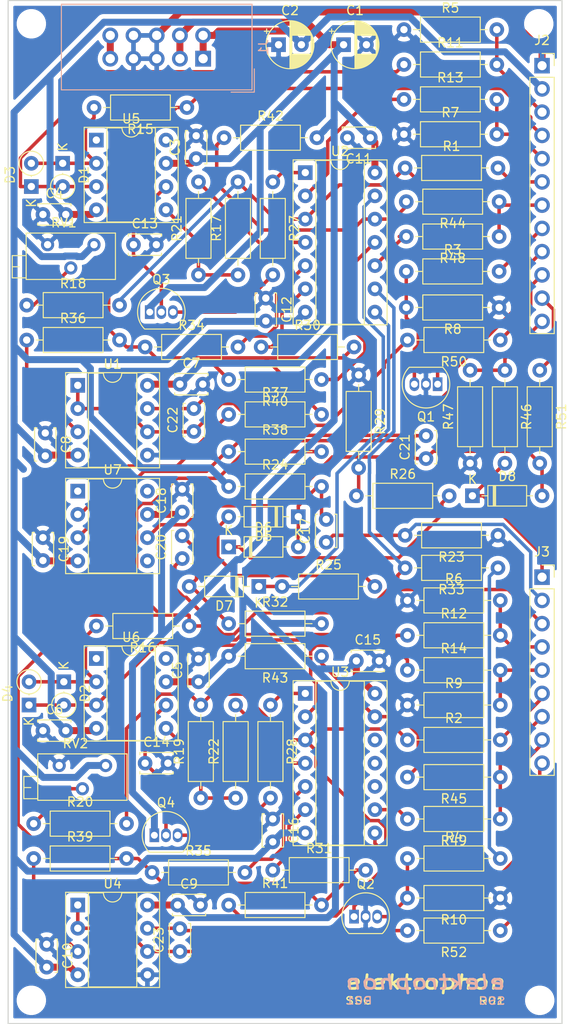
<source format=kicad_pcb>
(kicad_pcb (version 20171130) (host pcbnew 5.1.4-e60b266~84~ubuntu19.04.1)
  (title_block (title "Smooth and Stepped Generator") (date 2019-11-17) (rev 01) (comment 1 "Original design by Ken Stone") (comment 2 "Schema for main circuit") (comment 4 "License CC BY 4.0 - Attribution 4.0 International"))
  (layers (0 F.Cu signal) (31 B.Cu signal) (34 B.Paste user) (35 F.Paste user) (36 B.SilkS user) (37 F.SilkS user) (38 B.Mask user) (39 F.Mask user) (44 Edge.Cuts user))
  (net 0 "")
  (net 1 GND)
  (net 2 "Net-(D7-Pad1)")
  (net 3 -15V)
  (net 4 +15V)
  (net 5 "Net-(C13-Pad1)")
  (net 6 "Net-(C14-Pad1)")
  (net 7 "Net-(C17-Pad2)")
  (net 8 SAMPLE_2)
  (net 9 "Net-(C20-Pad2)")
  (net 10 "Net-(C20-Pad1)")
  (net 11 "Net-(C21-Pad2)")
  (net 12 "Net-(C21-Pad1)")
  (net 13 "Net-(C22-Pad2)")
  (net 14 LED_1_a)
  (net 15 "Net-(C23-Pad2)")
  (net 16 LED_2_a)
  (net 17 "Net-(D1-Pad2)")
  (net 18 "Net-(D1-Pad1)")
  (net 19 "Net-(D2-Pad2)")
  (net 20 "Net-(D2-Pad1)")
  (net 21 "Net-(D5-Pad2)")
  (net 22 "Net-(D6-Pad1)")
  (net 23 +5V)
  (net 24 OUT_2)
  (net 25 OUT_1)
  (net 26 LED_2_b)
  (net 27 CYCLE_2)
  (net 28 COUPLER_5V)
  (net 29 COUPLER_HOT)
  (net 30 CYCLE_1)
  (net 31 LED_1_b)
  (net 32 RATE_2)
  (net 33 VC_2)
  (net 34 IN_2)
  (net 35 RATE_1)
  (net 36 HOLD_1)
  (net 37 VC_1)
  (net 38 IN_1)
  (net 39 "Net-(Q1-Pad1)")
  (net 40 "Net-(Q1-Pad3)")
  (net 41 "Net-(Q2-Pad1)")
  (net 42 "Net-(Q2-Pad3)")
  (net 43 "Net-(Q3-Pad3)")
  (net 44 "Net-(Q4-Pad3)")
  (net 45 /HOLD)
  (net 46 "Net-(R13-Pad1)")
  (net 47 "Net-(R14-Pad1)")
  (net 48 "Net-(R17-Pad1)")
  (net 49 "Net-(R18-Pad1)")
  (net 50 "Net-(R19-Pad1)")
  (net 51 "Net-(R20-Pad1)")
  (net 52 "Net-(R21-Pad2)")
  (net 53 "Net-(R22-Pad2)")
  (net 54 "Net-(R26-Pad1)")
  (net 55 "Net-(R27-Pad1)")
  (net 56 "Net-(R28-Pad1)")
  (net 57 "Net-(R30-Pad1)")
  (net 58 "Net-(R31-Pad1)")
  (net 59 "Net-(R34-Pad2)")
  (net 60 "Net-(R35-Pad2)")
  (net 61 "Net-(R36-Pad1)")
  (net 62 "Net-(R37-Pad1)")
  (net 63 "Net-(R39-Pad1)")
  (net 64 "Net-(R40-Pad1)")
  (net 65 "Net-(R41-Pad1)")
  (net 66 "Net-(R42-Pad1)")
  (net 67 "Net-(R43-Pad1)")
  (net 68 "Net-(R48-Pad2)")
  (net 69 "Net-(R49-Pad2)")
  (net 70 "Net-(U5-Pad8)")
  (net 71 "Net-(U5-Pad1)")
  (net 72 "Net-(U6-Pad8)")
  (net 73 "Net-(U6-Pad1)")
  (net 74 "Net-(U7-Pad8)")
  (net 75 "Net-(U7-Pad5)")
  (net 76 "Net-(U7-Pad1)")
  (net 77 LED)
  (module "elektrophon:elektrophon logo" (layer F.Cu) (at 71.0692 133.6548)
    (fp_text reference REF** hide)
    (fp_text value "elektrophon logo" hide)
    (fp_text user SSG (at 8.84 1.02) (layer B.SilkS) (effects (font (size 0.8 1)) (justify left mirror)))
    (fp_text user R01 (at -8.83 1) (layer B.SilkS) (effects (font (size 0.8 1)) (justify right mirror)))
    (fp_text user elektrophon (at 0 -1.016) (layer B.SilkS) (effects (font (size 1.5 2) (thickness 0.3) italic) (justify mirror)))
    (fp_text user R01 (at 8.8 1.02) (layer F.SilkS) (effects (font (size 0.8 1)) (justify right)))
    (fp_text user SSG (at -8.88 1) (layer F.SilkS) (effects (font (size 0.8 1)) (justify left)))
    (fp_text user elektrophon (at 0 -1.016) (layer F.SilkS) (effects (font (size 1.5 2) (thickness 0.3) italic)))
  )
  (module MountingHole:MountingHole_2.2mm_M2 (layer F.Cu) (at 83.566 134.62)
    (fp_text reference REF** hide)
    (fp_text value MountingHole_2.2mm_M2 hide)
    (pad 1 np_thru_hole circle (at 0 0) (size 2.2 2.2) (drill 2.2) (layers *.Cu *.Mask))
  )
  (module MountingHole:MountingHole_2.2mm_M2 (layer F.Cu) (at 27.94 134.62)
    (fp_text reference REF** hide)
    (fp_text value MountingHole_2.2mm_M2 hide)
    (pad 1 np_thru_hole circle (at 0 0) (size 2.2 2.2) (drill 2.2) (layers *.Cu *.Mask))
  )
  (module MountingHole:MountingHole_2.2mm_M2 (layer F.Cu) (at 83.46 27.94)
    (fp_text reference REF** hide)
    (fp_text value MountingHole_2.2mm_M2 hide)
    (pad 1 np_thru_hole circle (at 0 0) (size 2.2 2.2) (drill 2.2) (layers *.Cu *.Mask))
  )
  (module MountingHole:MountingHole_2.2mm_M2 (layer F.Cu) (at 27.94 27.94)
    (fp_text reference REF** hide)
    (fp_text value MountingHole_2.2mm_M2 hide)
    (pad 1 np_thru_hole circle (at 0 0) (size 2.2 2.2) (drill 2.2) (layers *.Cu *.Mask))
  )
  (module Connector_PinSocket_2.54mm:PinSocket_1x09_P2.54mm_Vertical (layer F.Cu) (at 83.82 88.392)
    (fp_text reference J3 (at 0 -2.77) (layer F.SilkS))
    (fp_text value Conn_01x09_Female hide)
    (pad 9 thru_hole oval (at 0 20.32) (size 1.7 1.7) (drill 1) (layers *.Cu *.Mask) (net 26 LED_2_b))
    (pad 8 thru_hole oval (at 0 17.78) (size 1.7 1.7) (drill 1) (layers *.Cu *.Mask) (net 16 LED_2_a))
    (pad 7 thru_hole oval (at 0 15.24) (size 1.7 1.7) (drill 1) (layers *.Cu *.Mask) (net 27 CYCLE_2))
    (pad 6 thru_hole oval (at 0 12.7) (size 1.7 1.7) (drill 1) (layers *.Cu *.Mask) (net 32 RATE_2))
    (pad 5 thru_hole oval (at 0 10.16) (size 1.7 1.7) (drill 1) (layers *.Cu *.Mask) (net 33 VC_2))
    (pad 4 thru_hole oval (at 0 7.62) (size 1.7 1.7) (drill 1) (layers *.Cu *.Mask) (net 34 IN_2))
    (pad 3 thru_hole oval (at 0 5.08) (size 1.7 1.7) (drill 1) (layers *.Cu *.Mask) (net 24 OUT_2))
    (pad 2 thru_hole oval (at 0 2.54) (size 1.7 1.7) (drill 1) (layers *.Cu *.Mask) (net 8 SAMPLE_2))
    (pad 1 thru_hole rect (at 0 0) (size 1.7 1.7) (drill 1) (layers *.Cu *.Mask) (net 77 LED))
  )
  (module Diode_THT:D_DO-35_SOD27_P2.54mm_Vertical_KathodeUp (layer F.Cu) (at 27.686 102.362 90)
    (fp_text reference D4 (at 1.27 -2.326371 90) (layer F.SilkS))
    (fp_text value 1N4148)
    (fp_text user K (at -1.8 0 90) (layer F.SilkS))
    (pad 2 thru_hole oval (at 2.54 0 90) (size 1.6 1.6) (drill 0.8) (layers *.Cu *.Mask) (net 20 "Net-(D2-Pad1)"))
    (pad 1 thru_hole rect (at 0 0 90) (size 1.6 1.6) (drill 0.8) (layers *.Cu *.Mask) (net 19 "Net-(D2-Pad2)"))
  )
  (module Diode_THT:D_DO-35_SOD27_P2.54mm_Vertical_KathodeUp (layer F.Cu) (at 31.496 99.822 270)
    (fp_text reference D2 (at 1.27 -2.326371 90) (layer F.SilkS))
    (fp_text value 1N4148)
    (fp_text user K (at -1.8 0 90) (layer F.SilkS))
    (pad 2 thru_hole oval (at 2.54 0 270) (size 1.6 1.6) (drill 0.8) (layers *.Cu *.Mask) (net 19 "Net-(D2-Pad2)"))
    (pad 1 thru_hole rect (at 0 0 270) (size 1.6 1.6) (drill 0.8) (layers *.Cu *.Mask) (net 20 "Net-(D2-Pad1)"))
  )
  (module Connector_PinSocket_2.54mm:PinSocket_1x12_P2.54mm_Vertical (layer F.Cu) (at 83.82 32.512)
    (fp_text reference J2 (at 0 -2.77) (layer F.SilkS))
    (fp_text value Conn_01x12_Female hide)
    (pad 12 thru_hole oval (at 0 27.94) (size 1.7 1.7) (drill 1) (layers *.Cu *.Mask) (net 28 COUPLER_5V))
    (pad 11 thru_hole oval (at 0 25.4) (size 1.7 1.7) (drill 1) (layers *.Cu *.Mask) (net 29 COUPLER_HOT))
    (pad 10 thru_hole oval (at 0 22.86) (size 1.7 1.7) (drill 1) (layers *.Cu *.Mask) (net 31 LED_1_b))
    (pad 9 thru_hole oval (at 0 20.32) (size 1.7 1.7) (drill 1) (layers *.Cu *.Mask) (net 14 LED_1_a))
    (pad 8 thru_hole oval (at 0 17.78) (size 1.7 1.7) (drill 1) (layers *.Cu *.Mask) (net 36 HOLD_1))
    (pad 7 thru_hole oval (at 0 15.24) (size 1.7 1.7) (drill 1) (layers *.Cu *.Mask) (net 30 CYCLE_1))
    (pad 6 thru_hole oval (at 0 12.7) (size 1.7 1.7) (drill 1) (layers *.Cu *.Mask) (net 35 RATE_1))
    (pad 5 thru_hole oval (at 0 10.16) (size 1.7 1.7) (drill 1) (layers *.Cu *.Mask) (net 37 VC_1))
    (pad 4 thru_hole oval (at 0 7.62) (size 1.7 1.7) (drill 1) (layers *.Cu *.Mask) (net 25 OUT_1))
    (pad 3 thru_hole oval (at 0 5.08) (size 1.7 1.7) (drill 1) (layers *.Cu *.Mask) (net 38 IN_1))
    (pad 2 thru_hole oval (at 0 2.54) (size 1.7 1.7) (drill 1) (layers *.Cu *.Mask) (net 3 -15V))
    (pad 1 thru_hole rect (at 0 0) (size 1.7 1.7) (drill 1) (layers *.Cu *.Mask) (net 1 GND))
  )
  (module Package_DIP:DIP-14_W7.62mm_Socket (layer F.Cu) (at 57.912 101.092)
    (fp_text reference U3 (at 3.81 -2.33) (layer F.SilkS))
    (fp_text value LM3900)
    (pad 14 thru_hole oval (at 7.62 0) (size 1.6 1.6) (drill 0.8) (layers *.Cu *.Mask) (net 4 +15V))
    (pad 7 thru_hole oval (at 0 15.24) (size 1.6 1.6) (drill 0.8) (layers *.Cu *.Mask) (net 3 -15V))
    (pad 13 thru_hole oval (at 7.62 2.54) (size 1.6 1.6) (drill 0.8) (layers *.Cu *.Mask) (net 67 "Net-(R43-Pad1)"))
    (pad 6 thru_hole oval (at 0 12.7) (size 1.6 1.6) (drill 0.8) (layers *.Cu *.Mask) (net 58 "Net-(R31-Pad1)"))
    (pad 12 thru_hole oval (at 7.62 5.08) (size 1.6 1.6) (drill 0.8) (layers *.Cu *.Mask))
    (pad 5 thru_hole oval (at 0 10.16) (size 1.6 1.6) (drill 0.8) (layers *.Cu *.Mask) (net 60 "Net-(R35-Pad2)"))
    (pad 11 thru_hole oval (at 7.62 7.62) (size 1.6 1.6) (drill 0.8) (layers *.Cu *.Mask))
    (pad 4 thru_hole oval (at 0 7.62) (size 1.6 1.6) (drill 0.8) (layers *.Cu *.Mask) (net 53 "Net-(R22-Pad2)"))
    (pad 10 thru_hole oval (at 7.62 10.16) (size 1.6 1.6) (drill 0.8) (layers *.Cu *.Mask))
    (pad 3 thru_hole oval (at 0 5.08) (size 1.6 1.6) (drill 0.8) (layers *.Cu *.Mask) (net 41 "Net-(Q2-Pad1)"))
    (pad 9 thru_hole oval (at 7.62 12.7) (size 1.6 1.6) (drill 0.8) (layers *.Cu *.Mask) (net 69 "Net-(R49-Pad2)"))
    (pad 2 thru_hole oval (at 0 2.54) (size 1.6 1.6) (drill 0.8) (layers *.Cu *.Mask) (net 47 "Net-(R14-Pad1)"))
    (pad 8 thru_hole oval (at 7.62 15.24) (size 1.6 1.6) (drill 0.8) (layers *.Cu *.Mask) (net 65 "Net-(R41-Pad1)"))
    (pad 1 thru_hole rect (at 0 0) (size 1.6 1.6) (drill 0.8) (layers *.Cu *.Mask) (net 56 "Net-(R28-Pad1)"))
  )
  (module Package_DIP:DIP-14_W7.62mm_Socket (layer F.Cu) (at 57.912 44.196)
    (fp_text reference U2 (at 3.81 -2.33) (layer F.SilkS))
    (fp_text value LM3900)
    (pad 14 thru_hole oval (at 7.62 0) (size 1.6 1.6) (drill 0.8) (layers *.Cu *.Mask) (net 4 +15V))
    (pad 7 thru_hole oval (at 0 15.24) (size 1.6 1.6) (drill 0.8) (layers *.Cu *.Mask) (net 3 -15V))
    (pad 13 thru_hole oval (at 7.62 2.54) (size 1.6 1.6) (drill 0.8) (layers *.Cu *.Mask) (net 2 "Net-(D7-Pad1)"))
    (pad 6 thru_hole oval (at 0 12.7) (size 1.6 1.6) (drill 0.8) (layers *.Cu *.Mask) (net 57 "Net-(R30-Pad1)"))
    (pad 12 thru_hole oval (at 7.62 5.08) (size 1.6 1.6) (drill 0.8) (layers *.Cu *.Mask) (net 66 "Net-(R42-Pad1)"))
    (pad 5 thru_hole oval (at 0 10.16) (size 1.6 1.6) (drill 0.8) (layers *.Cu *.Mask) (net 59 "Net-(R34-Pad2)"))
    (pad 11 thru_hole oval (at 7.62 7.62) (size 1.6 1.6) (drill 0.8) (layers *.Cu *.Mask) (net 64 "Net-(R40-Pad1)"))
    (pad 4 thru_hole oval (at 0 7.62) (size 1.6 1.6) (drill 0.8) (layers *.Cu *.Mask) (net 52 "Net-(R21-Pad2)"))
    (pad 10 thru_hole oval (at 7.62 10.16) (size 1.6 1.6) (drill 0.8) (layers *.Cu *.Mask) (net 68 "Net-(R48-Pad2)"))
    (pad 3 thru_hole oval (at 0 5.08) (size 1.6 1.6) (drill 0.8) (layers *.Cu *.Mask) (net 39 "Net-(Q1-Pad1)"))
    (pad 9 thru_hole oval (at 7.62 12.7) (size 1.6 1.6) (drill 0.8) (layers *.Cu *.Mask) (net 10 "Net-(C20-Pad1)"))
    (pad 2 thru_hole oval (at 0 2.54) (size 1.6 1.6) (drill 0.8) (layers *.Cu *.Mask) (net 46 "Net-(R13-Pad1)"))
    (pad 8 thru_hole oval (at 7.62 15.24) (size 1.6 1.6) (drill 0.8) (layers *.Cu *.Mask) (net 54 "Net-(R26-Pad1)"))
    (pad 1 thru_hole rect (at 0 0) (size 1.6 1.6) (drill 0.8) (layers *.Cu *.Mask) (net 55 "Net-(R27-Pad1)"))
  )
  (module Diode_THT:D_DO-35_SOD27_P2.54mm_Vertical_KathodeUp (layer F.Cu) (at 27.94 45.72 90)
    (fp_text reference D3 (at 1.27 -2.326371 90) (layer F.SilkS))
    (fp_text value 1N4148)
    (fp_text user K (at -1.8 0 90) (layer F.SilkS))
    (pad 2 thru_hole oval (at 2.54 0 90) (size 1.6 1.6) (drill 0.8) (layers *.Cu *.Mask) (net 18 "Net-(D1-Pad1)"))
    (pad 1 thru_hole rect (at 0 0 90) (size 1.6 1.6) (drill 0.8) (layers *.Cu *.Mask) (net 17 "Net-(D1-Pad2)"))
  )
  (module Diode_THT:D_DO-35_SOD27_P2.54mm_Vertical_KathodeUp (layer F.Cu) (at 31.369 43.18 270)
    (fp_text reference D1 (at 1.27 -2.326371 90) (layer F.SilkS))
    (fp_text value 1N4148)
    (fp_text user K (at -1.8 0 90) (layer F.SilkS))
    (pad 2 thru_hole oval (at 2.54 0 270) (size 1.6 1.6) (drill 0.8) (layers *.Cu *.Mask) (net 17 "Net-(D1-Pad2)"))
    (pad 1 thru_hole rect (at 0 0 270) (size 1.6 1.6) (drill 0.8) (layers *.Cu *.Mask) (net 18 "Net-(D1-Pad1)"))
  )
  (module Package_DIP:DIP-8_W7.62mm_Socket (layer F.Cu) (at 33.02 78.994)
    (fp_text reference U7 (at 3.81 -2.33) (layer F.SilkS))
    (fp_text value LM741)
    (pad 8 thru_hole oval (at 7.62 0) (size 1.6 1.6) (drill 0.8) (layers *.Cu *.Mask) (net 74 "Net-(U7-Pad8)"))
    (pad 4 thru_hole oval (at 0 7.62) (size 1.6 1.6) (drill 0.8) (layers *.Cu *.Mask) (net 3 -15V))
    (pad 7 thru_hole oval (at 7.62 2.54) (size 1.6 1.6) (drill 0.8) (layers *.Cu *.Mask) (net 4 +15V))
    (pad 3 thru_hole oval (at 0 5.08) (size 1.6 1.6) (drill 0.8) (layers *.Cu *.Mask) (net 11 "Net-(C21-Pad2)"))
    (pad 6 thru_hole oval (at 7.62 5.08) (size 1.6 1.6) (drill 0.8) (layers *.Cu *.Mask) (net 12 "Net-(C21-Pad1)"))
    (pad 2 thru_hole oval (at 0 2.54) (size 1.6 1.6) (drill 0.8) (layers *.Cu *.Mask) (net 62 "Net-(R37-Pad1)"))
    (pad 5 thru_hole oval (at 7.62 7.62) (size 1.6 1.6) (drill 0.8) (layers *.Cu *.Mask) (net 75 "Net-(U7-Pad5)"))
    (pad 1 thru_hole rect (at 0 0) (size 1.6 1.6) (drill 0.8) (layers *.Cu *.Mask) (net 76 "Net-(U7-Pad1)"))
  )
  (module Package_DIP:DIP-8_W7.62mm_Socket (layer F.Cu) (at 35.052 97.282)
    (fp_text reference U6 (at 3.81 -2.33) (layer F.SilkS))
    (fp_text value CA3080)
    (pad 8 thru_hole oval (at 7.62 0) (size 1.6 1.6) (drill 0.8) (layers *.Cu *.Mask) (net 72 "Net-(U6-Pad8)"))
    (pad 4 thru_hole oval (at 0 7.62) (size 1.6 1.6) (drill 0.8) (layers *.Cu *.Mask) (net 3 -15V))
    (pad 7 thru_hole oval (at 7.62 2.54) (size 1.6 1.6) (drill 0.8) (layers *.Cu *.Mask) (net 4 +15V))
    (pad 3 thru_hole oval (at 0 5.08) (size 1.6 1.6) (drill 0.8) (layers *.Cu *.Mask) (net 19 "Net-(D2-Pad2)"))
    (pad 6 thru_hole oval (at 7.62 5.08) (size 1.6 1.6) (drill 0.8) (layers *.Cu *.Mask) (net 6 "Net-(C14-Pad1)"))
    (pad 2 thru_hole oval (at 0 2.54) (size 1.6 1.6) (drill 0.8) (layers *.Cu *.Mask) (net 20 "Net-(D2-Pad1)"))
    (pad 5 thru_hole oval (at 7.62 7.62) (size 1.6 1.6) (drill 0.8) (layers *.Cu *.Mask) (net 50 "Net-(R19-Pad1)"))
    (pad 1 thru_hole rect (at 0 0) (size 1.6 1.6) (drill 0.8) (layers *.Cu *.Mask) (net 73 "Net-(U6-Pad1)"))
  )
  (module Package_DIP:DIP-8_W7.62mm_Socket (layer F.Cu) (at 35.052 40.64)
    (fp_text reference U5 (at 3.81 -2.33) (layer F.SilkS))
    (fp_text value CA3080)
    (pad 8 thru_hole oval (at 7.62 0) (size 1.6 1.6) (drill 0.8) (layers *.Cu *.Mask) (net 70 "Net-(U5-Pad8)"))
    (pad 4 thru_hole oval (at 0 7.62) (size 1.6 1.6) (drill 0.8) (layers *.Cu *.Mask) (net 3 -15V))
    (pad 7 thru_hole oval (at 7.62 2.54) (size 1.6 1.6) (drill 0.8) (layers *.Cu *.Mask) (net 4 +15V))
    (pad 3 thru_hole oval (at 0 5.08) (size 1.6 1.6) (drill 0.8) (layers *.Cu *.Mask) (net 17 "Net-(D1-Pad2)"))
    (pad 6 thru_hole oval (at 7.62 5.08) (size 1.6 1.6) (drill 0.8) (layers *.Cu *.Mask) (net 5 "Net-(C13-Pad1)"))
    (pad 2 thru_hole oval (at 0 2.54) (size 1.6 1.6) (drill 0.8) (layers *.Cu *.Mask) (net 18 "Net-(D1-Pad1)"))
    (pad 5 thru_hole oval (at 7.62 7.62) (size 1.6 1.6) (drill 0.8) (layers *.Cu *.Mask) (net 48 "Net-(R17-Pad1)"))
    (pad 1 thru_hole rect (at 0 0) (size 1.6 1.6) (drill 0.8) (layers *.Cu *.Mask) (net 71 "Net-(U5-Pad1)"))
  )
  (module Package_DIP:DIP-8_W7.62mm_Socket (layer F.Cu) (at 33.02 124.206)
    (fp_text reference U4 (at 3.81 -2.33) (layer F.SilkS))
    (fp_text value TL072)
    (pad 8 thru_hole oval (at 7.62 0) (size 1.6 1.6) (drill 0.8) (layers *.Cu *.Mask) (net 4 +15V))
    (pad 4 thru_hole oval (at 0 7.62) (size 1.6 1.6) (drill 0.8) (layers *.Cu *.Mask) (net 3 -15V))
    (pad 7 thru_hole oval (at 7.62 2.54) (size 1.6 1.6) (drill 0.8) (layers *.Cu *.Mask) (net 15 "Net-(C23-Pad2)"))
    (pad 3 thru_hole oval (at 0 5.08) (size 1.6 1.6) (drill 0.8) (layers *.Cu *.Mask) (net 63 "Net-(R39-Pad1)"))
    (pad 6 thru_hole oval (at 7.62 5.08) (size 1.6 1.6) (drill 0.8) (layers *.Cu *.Mask) (net 16 LED_2_a))
    (pad 2 thru_hole oval (at 0 2.54) (size 1.6 1.6) (drill 0.8) (layers *.Cu *.Mask) (net 16 LED_2_a))
    (pad 5 thru_hole oval (at 7.62 7.62) (size 1.6 1.6) (drill 0.8) (layers *.Cu *.Mask) (net 1 GND))
    (pad 1 thru_hole rect (at 0 0) (size 1.6 1.6) (drill 0.8) (layers *.Cu *.Mask) (net 16 LED_2_a))
  )
  (module Package_DIP:DIP-8_W7.62mm_Socket (layer F.Cu) (at 33.02 67.437)
    (fp_text reference U1 (at 3.81 -2.33) (layer F.SilkS))
    (fp_text value TL072)
    (pad 8 thru_hole oval (at 7.62 0) (size 1.6 1.6) (drill 0.8) (layers *.Cu *.Mask) (net 4 +15V))
    (pad 4 thru_hole oval (at 0 7.62) (size 1.6 1.6) (drill 0.8) (layers *.Cu *.Mask) (net 3 -15V))
    (pad 7 thru_hole oval (at 7.62 2.54) (size 1.6 1.6) (drill 0.8) (layers *.Cu *.Mask) (net 13 "Net-(C22-Pad2)"))
    (pad 3 thru_hole oval (at 0 5.08) (size 1.6 1.6) (drill 0.8) (layers *.Cu *.Mask) (net 61 "Net-(R36-Pad1)"))
    (pad 6 thru_hole oval (at 7.62 5.08) (size 1.6 1.6) (drill 0.8) (layers *.Cu *.Mask) (net 14 LED_1_a))
    (pad 2 thru_hole oval (at 0 2.54) (size 1.6 1.6) (drill 0.8) (layers *.Cu *.Mask) (net 14 LED_1_a))
    (pad 5 thru_hole oval (at 7.62 7.62) (size 1.6 1.6) (drill 0.8) (layers *.Cu *.Mask) (net 1 GND))
    (pad 1 thru_hole rect (at 0 0) (size 1.6 1.6) (drill 0.8) (layers *.Cu *.Mask) (net 14 LED_1_a))
  )
  (module Potentiometer_THT:Potentiometer_Bourns_3296Z_Horizontal (layer F.Cu) (at 36.068 108.966)
    (fp_text reference RV2 (at -3.3 -2.4) (layer F.SilkS))
    (fp_text value 25k)
    (pad 3 thru_hole circle (at -5.08 0) (size 1.44 1.44) (drill 0.8) (layers *.Cu *.Mask) (net 1 GND))
    (pad 2 thru_hole circle (at -2.54 2.54) (size 1.44 1.44) (drill 0.8) (layers *.Cu *.Mask) (net 51 "Net-(R20-Pad1)"))
    (pad 1 thru_hole circle (at 0 0) (size 1.44 1.44) (drill 0.8) (layers *.Cu *.Mask) (net 3 -15V))
  )
  (module Potentiometer_THT:Potentiometer_Bourns_3296Z_Horizontal (layer F.Cu) (at 34.798 52.07)
    (fp_text reference RV1 (at -3.3 -2.4) (layer F.SilkS))
    (fp_text value R_POT_TRIM)
    (pad 3 thru_hole circle (at -5.08 0) (size 1.44 1.44) (drill 0.8) (layers *.Cu *.Mask) (net 1 GND))
    (pad 2 thru_hole circle (at -2.54 2.54) (size 1.44 1.44) (drill 0.8) (layers *.Cu *.Mask) (net 49 "Net-(R18-Pad1)"))
    (pad 1 thru_hole circle (at 0 0) (size 1.44 1.44) (drill 0.8) (layers *.Cu *.Mask) (net 3 -15V))
  )
  (module Resistor_THT:R_Axial_DIN0207_L6.3mm_D2.5mm_P10.16mm_Horizontal (layer F.Cu) (at 79.248 127 180)
    (fp_text reference R52 (at 5.08 -2.37) (layer F.SilkS))
    (fp_text value 100)
    (pad 2 thru_hole oval (at 10.16 0 180) (size 1.6 1.6) (drill 0.8) (layers *.Cu *.Mask) (net 15 "Net-(C23-Pad2)"))
    (pad 1 thru_hole circle (at 0 0 180) (size 1.6 1.6) (drill 0.8) (layers *.Cu *.Mask) (net 26 LED_2_b))
  )
  (module Resistor_THT:R_Axial_DIN0207_L6.3mm_D2.5mm_P10.16mm_Horizontal (layer F.Cu) (at 83.566 65.786 270)
    (fp_text reference R51 (at 5.08 -2.37 90) (layer F.SilkS))
    (fp_text value 3k3)
    (pad 2 thru_hole oval (at 10.16 0 270) (size 1.6 1.6) (drill 0.8) (layers *.Cu *.Mask) (net 12 "Net-(C21-Pad1)"))
    (pad 1 thru_hole circle (at 0 0 270) (size 1.6 1.6) (drill 0.8) (layers *.Cu *.Mask) (net 29 COUPLER_HOT))
  )
  (module Resistor_THT:R_Axial_DIN0207_L6.3mm_D2.5mm_P10.16mm_Horizontal (layer F.Cu) (at 79.248 62.484 180)
    (fp_text reference R50 (at 5.08 -2.37) (layer F.SilkS))
    (fp_text value 100)
    (pad 2 thru_hole oval (at 10.16 0 180) (size 1.6 1.6) (drill 0.8) (layers *.Cu *.Mask) (net 13 "Net-(C22-Pad2)"))
    (pad 1 thru_hole circle (at 0 0 180) (size 1.6 1.6) (drill 0.8) (layers *.Cu *.Mask) (net 31 LED_1_b))
  )
  (module Resistor_THT:R_Axial_DIN0207_L6.3mm_D2.5mm_P10.16mm_Horizontal (layer F.Cu) (at 79.248 114.808 180)
    (fp_text reference R49 (at 5.08 -2.37) (layer F.SilkS))
    (fp_text value 3k3)
    (pad 2 thru_hole oval (at 10.16 0 180) (size 1.6 1.6) (drill 0.8) (layers *.Cu *.Mask) (net 69 "Net-(R49-Pad2)"))
    (pad 1 thru_hole circle (at 0 0 180) (size 1.6 1.6) (drill 0.8) (layers *.Cu *.Mask) (net 27 CYCLE_2))
  )
  (module Resistor_THT:R_Axial_DIN0207_L6.3mm_D2.5mm_P10.16mm_Horizontal (layer F.Cu) (at 79.121 51.181 180)
    (fp_text reference R48 (at 5.08 -2.37) (layer F.SilkS))
    (fp_text value 3k3)
    (pad 2 thru_hole oval (at 10.16 0 180) (size 1.6 1.6) (drill 0.8) (layers *.Cu *.Mask) (net 68 "Net-(R48-Pad2)"))
    (pad 1 thru_hole circle (at 0 0 180) (size 1.6 1.6) (drill 0.8) (layers *.Cu *.Mask) (net 30 CYCLE_1))
  )
  (module Resistor_THT:R_Axial_DIN0207_L6.3mm_D2.5mm_P10.16mm_Horizontal (layer F.Cu) (at 75.946 75.946 90)
    (fp_text reference R47 (at 5.08 -2.37 90) (layer F.SilkS))
    (fp_text value 3k3)
    (pad 2 thru_hole oval (at 10.16 0 90) (size 1.6 1.6) (drill 0.8) (layers *.Cu *.Mask) (net 28 COUPLER_5V))
    (pad 1 thru_hole circle (at 0 0 90) (size 1.6 1.6) (drill 0.8) (layers *.Cu *.Mask) (net 1 GND))
  )
  (module Resistor_THT:R_Axial_DIN0207_L6.3mm_D2.5mm_P10.16mm_Horizontal (layer F.Cu) (at 79.756 65.786 270)
    (fp_text reference R46 (at 5.08 -2.37 90) (layer F.SilkS))
    (fp_text value 3k3)
    (pad 2 thru_hole oval (at 10.16 0 270) (size 1.6 1.6) (drill 0.8) (layers *.Cu *.Mask) (net 77 LED))
    (pad 1 thru_hole circle (at 0 0 270) (size 1.6 1.6) (drill 0.8) (layers *.Cu *.Mask) (net 28 COUPLER_5V))
  )
  (module Resistor_THT:R_Axial_DIN0207_L6.3mm_D2.5mm_P10.16mm_Horizontal (layer F.Cu) (at 79.248 110.236 180)
    (fp_text reference R45 (at 5.08 -2.37) (layer F.SilkS))
    (fp_text value 2M2)
    (pad 2 thru_hole oval (at 10.16 0 180) (size 1.6 1.6) (drill 0.8) (layers *.Cu *.Mask) (net 67 "Net-(R43-Pad1)"))
    (pad 1 thru_hole circle (at 0 0 180) (size 1.6 1.6) (drill 0.8) (layers *.Cu *.Mask) (net 27 CYCLE_2))
  )
  (module Resistor_THT:R_Axial_DIN0207_L6.3mm_D2.5mm_P10.16mm_Horizontal (layer F.Cu) (at 79.121 47.371 180)
    (fp_text reference R44 (at 5.08 -2.37) (layer F.SilkS))
    (fp_text value 2M2)
    (pad 2 thru_hole oval (at 10.16 0 180) (size 1.6 1.6) (drill 0.8) (layers *.Cu *.Mask) (net 66 "Net-(R42-Pad1)"))
    (pad 1 thru_hole circle (at 0 0 180) (size 1.6 1.6) (drill 0.8) (layers *.Cu *.Mask) (net 30 CYCLE_1))
  )
  (module Resistor_THT:R_Axial_DIN0207_L6.3mm_D2.5mm_P10.16mm_Horizontal (layer F.Cu) (at 59.69 97.028 180)
    (fp_text reference R43 (at 5.08 -2.37) (layer F.SilkS))
    (fp_text value 1M)
    (pad 2 thru_hole oval (at 10.16 0 180) (size 1.6 1.6) (drill 0.8) (layers *.Cu *.Mask) (net 4 +15V))
    (pad 1 thru_hole circle (at 0 0 180) (size 1.6 1.6) (drill 0.8) (layers *.Cu *.Mask) (net 67 "Net-(R43-Pad1)"))
  )
  (module Resistor_THT:R_Axial_DIN0207_L6.3mm_D2.5mm_P10.16mm_Horizontal (layer F.Cu) (at 49.022 40.386)
    (fp_text reference R42 (at 5.08 -2.37) (layer F.SilkS))
    (fp_text value 1M)
    (pad 2 thru_hole oval (at 10.16 0) (size 1.6 1.6) (drill 0.8) (layers *.Cu *.Mask) (net 4 +15V))
    (pad 1 thru_hole circle (at 0 0) (size 1.6 1.6) (drill 0.8) (layers *.Cu *.Mask) (net 66 "Net-(R42-Pad1)"))
  )
  (module Resistor_THT:R_Axial_DIN0207_L6.3mm_D2.5mm_P10.16mm_Horizontal (layer F.Cu) (at 49.53 124.206)
    (fp_text reference R41 (at 5.08 -2.37) (layer F.SilkS))
    (fp_text value 470k)
    (pad 2 thru_hole oval (at 10.16 0) (size 1.6 1.6) (drill 0.8) (layers *.Cu *.Mask) (net 24 OUT_2))
    (pad 1 thru_hole circle (at 0 0) (size 1.6 1.6) (drill 0.8) (layers *.Cu *.Mask) (net 65 "Net-(R41-Pad1)"))
  )
  (module Resistor_THT:R_Axial_DIN0207_L6.3mm_D2.5mm_P10.16mm_Horizontal (layer F.Cu) (at 59.69 66.802 180)
    (fp_text reference R40 (at 5.08 -2.37) (layer F.SilkS))
    (fp_text value 470k)
    (pad 2 thru_hole oval (at 10.16 0 180) (size 1.6 1.6) (drill 0.8) (layers *.Cu *.Mask) (net 25 OUT_1))
    (pad 1 thru_hole circle (at 0 0 180) (size 1.6 1.6) (drill 0.8) (layers *.Cu *.Mask) (net 64 "Net-(R40-Pad1)"))
  )
  (module Resistor_THT:R_Axial_DIN0207_L6.3mm_D2.5mm_P10.16mm_Horizontal (layer F.Cu) (at 28.194 119.126)
    (fp_text reference R39 (at 5.08 -2.37) (layer F.SilkS))
    (fp_text value 10k)
    (pad 2 thru_hole oval (at 10.16 0) (size 1.6 1.6) (drill 0.8) (layers *.Cu *.Mask) (net 24 OUT_2))
    (pad 1 thru_hole circle (at 0 0) (size 1.6 1.6) (drill 0.8) (layers *.Cu *.Mask) (net 63 "Net-(R39-Pad1)"))
  )
  (module Resistor_THT:R_Axial_DIN0207_L6.3mm_D2.5mm_P10.16mm_Horizontal (layer F.Cu) (at 49.53 74.676)
    (fp_text reference R38 (at 5.08 -2.37) (layer F.SilkS))
    (fp_text value 10k)
    (pad 2 thru_hole oval (at 10.16 0) (size 1.6 1.6) (drill 0.8) (layers *.Cu *.Mask) (net 24 OUT_2))
    (pad 1 thru_hole circle (at 0 0) (size 1.6 1.6) (drill 0.8) (layers *.Cu *.Mask) (net 11 "Net-(C21-Pad2)"))
  )
  (module Resistor_THT:R_Axial_DIN0207_L6.3mm_D2.5mm_P10.16mm_Horizontal (layer F.Cu) (at 49.53 70.612)
    (fp_text reference R37 (at 5.08 -2.37) (layer F.SilkS))
    (fp_text value 10k)
    (pad 2 thru_hole oval (at 10.16 0) (size 1.6 1.6) (drill 0.8) (layers *.Cu *.Mask) (net 25 OUT_1))
    (pad 1 thru_hole circle (at 0 0) (size 1.6 1.6) (drill 0.8) (layers *.Cu *.Mask) (net 62 "Net-(R37-Pad1)"))
  )
  (module Resistor_THT:R_Axial_DIN0207_L6.3mm_D2.5mm_P10.16mm_Horizontal (layer F.Cu) (at 27.432 62.484)
    (fp_text reference R36 (at 5.08 -2.37) (layer F.SilkS))
    (fp_text value 10k)
    (pad 2 thru_hole oval (at 10.16 0) (size 1.6 1.6) (drill 0.8) (layers *.Cu *.Mask) (net 25 OUT_1))
    (pad 1 thru_hole circle (at 0 0) (size 1.6 1.6) (drill 0.8) (layers *.Cu *.Mask) (net 61 "Net-(R36-Pad1)"))
  )
  (module Resistor_THT:R_Axial_DIN0207_L6.3mm_D2.5mm_P10.16mm_Horizontal (layer F.Cu) (at 41.148 120.65)
    (fp_text reference R35 (at 5.08 -2.37) (layer F.SilkS))
    (fp_text value 330)
    (pad 2 thru_hole oval (at 10.16 0) (size 1.6 1.6) (drill 0.8) (layers *.Cu *.Mask) (net 60 "Net-(R35-Pad2)"))
    (pad 1 thru_hole circle (at 0 0) (size 1.6 1.6) (drill 0.8) (layers *.Cu *.Mask) (net 24 OUT_2))
  )
  (module Resistor_THT:R_Axial_DIN0207_L6.3mm_D2.5mm_P10.16mm_Horizontal (layer F.Cu) (at 40.386 63.246)
    (fp_text reference R34 (at 5.08 -2.37) (layer F.SilkS))
    (fp_text value 330)
    (pad 2 thru_hole oval (at 10.16 0) (size 1.6 1.6) (drill 0.8) (layers *.Cu *.Mask) (net 59 "Net-(R34-Pad2)"))
    (pad 1 thru_hole circle (at 0 0) (size 1.6 1.6) (drill 0.8) (layers *.Cu *.Mask) (net 25 OUT_1))
  )
  (module Resistor_THT:R_Axial_DIN0207_L6.3mm_D2.5mm_P10.16mm_Horizontal (layer F.Cu) (at 78.994 87.376 180)
    (fp_text reference R33 (at 5.08 -2.37) (layer F.SilkS))
    (fp_text value 330)
    (pad 2 thru_hole oval (at 10.16 0 180) (size 1.6 1.6) (drill 0.8) (layers *.Cu *.Mask) (net 10 "Net-(C20-Pad1)"))
    (pad 1 thru_hole circle (at 0 0 180) (size 1.6 1.6) (drill 0.8) (layers *.Cu *.Mask) (net 45 /HOLD))
  )
  (module Resistor_THT:R_Axial_DIN0207_L6.3mm_D2.5mm_P10.16mm_Horizontal (layer F.Cu) (at 49.53 93.472)
    (fp_text reference R32 (at 5.08 -2.37) (layer F.SilkS))
    (fp_text value 1M5)
    (pad 2 thru_hole oval (at 10.16 0) (size 1.6 1.6) (drill 0.8) (layers *.Cu *.Mask) (net 4 +15V))
    (pad 1 thru_hole circle (at 0 0) (size 1.6 1.6) (drill 0.8) (layers *.Cu *.Mask) (net 9 "Net-(C20-Pad2)"))
  )
  (module Resistor_THT:R_Axial_DIN0207_L6.3mm_D2.5mm_P10.16mm_Horizontal (layer F.Cu) (at 54.356 120.396)
    (fp_text reference R31 (at 5.08 -2.37) (layer F.SilkS))
    (fp_text value 820k)
    (pad 2 thru_hole oval (at 10.16 0) (size 1.6 1.6) (drill 0.8) (layers *.Cu *.Mask) (net 24 OUT_2))
    (pad 1 thru_hole circle (at 0 0) (size 1.6 1.6) (drill 0.8) (layers *.Cu *.Mask) (net 58 "Net-(R31-Pad1)"))
  )
  (module Resistor_THT:R_Axial_DIN0207_L6.3mm_D2.5mm_P10.16mm_Horizontal (layer F.Cu) (at 53.086 63.246)
    (fp_text reference R30 (at 5.08 -2.37) (layer F.SilkS))
    (fp_text value 1M)
    (pad 2 thru_hole oval (at 10.16 0) (size 1.6 1.6) (drill 0.8) (layers *.Cu *.Mask) (net 25 OUT_1))
    (pad 1 thru_hole circle (at 0 0) (size 1.6 1.6) (drill 0.8) (layers *.Cu *.Mask) (net 57 "Net-(R30-Pad1)"))
  )
  (module Resistor_THT:R_Axial_DIN0207_L6.3mm_D2.5mm_P10.16mm_Horizontal (layer F.Cu) (at 63.754 66.294 270)
    (fp_text reference R29 (at 5.08 -2.37 90) (layer F.SilkS))
    (fp_text value 4M7)
    (pad 2 thru_hole oval (at 10.16 0 270) (size 1.6 1.6) (drill 0.8) (layers *.Cu *.Mask) (net 54 "Net-(R26-Pad1)"))
    (pad 1 thru_hole circle (at 0 0 270) (size 1.6 1.6) (drill 0.8) (layers *.Cu *.Mask) (net 1 GND))
  )
  (module Resistor_THT:R_Axial_DIN0207_L6.3mm_D2.5mm_P10.16mm_Horizontal (layer F.Cu) (at 54.102 102.362 270)
    (fp_text reference R28 (at 5.08 -2.37 90) (layer F.SilkS))
    (fp_text value 1m)
    (pad 2 thru_hole oval (at 10.16 0 270) (size 1.6 1.6) (drill 0.8) (layers *.Cu *.Mask) (net 44 "Net-(Q4-Pad3)"))
    (pad 1 thru_hole circle (at 0 0 270) (size 1.6 1.6) (drill 0.8) (layers *.Cu *.Mask) (net 56 "Net-(R28-Pad1)"))
  )
  (module Resistor_THT:R_Axial_DIN0207_L6.3mm_D2.5mm_P10.16mm_Horizontal (layer F.Cu) (at 54.356 45.212 270)
    (fp_text reference R27 (at 5.08 -2.37 90) (layer F.SilkS))
    (fp_text value 820k)
    (pad 2 thru_hole oval (at 10.16 0 270) (size 1.6 1.6) (drill 0.8) (layers *.Cu *.Mask) (net 43 "Net-(Q3-Pad3)"))
    (pad 1 thru_hole circle (at 0 0 270) (size 1.6 1.6) (drill 0.8) (layers *.Cu *.Mask) (net 55 "Net-(R27-Pad1)"))
  )
  (module Resistor_THT:R_Axial_DIN0207_L6.3mm_D2.5mm_P10.16mm_Horizontal (layer F.Cu) (at 63.5 79.502)
    (fp_text reference R26 (at 5.08 -2.37) (layer F.SilkS))
    (fp_text value 100k)
    (pad 2 thru_hole oval (at 10.16 0) (size 1.6 1.6) (drill 0.8) (layers *.Cu *.Mask) (net 22 "Net-(D6-Pad1)"))
    (pad 1 thru_hole circle (at 0 0) (size 1.6 1.6) (drill 0.8) (layers *.Cu *.Mask) (net 54 "Net-(R26-Pad1)"))
  )
  (module Resistor_THT:R_Axial_DIN0207_L6.3mm_D2.5mm_P10.16mm_Horizontal (layer F.Cu) (at 55.372 89.408)
    (fp_text reference R25 (at 5.08 -2.37) (layer F.SilkS))
    (fp_text value 680k)
    (pad 2 thru_hole oval (at 10.16 0) (size 1.6 1.6) (drill 0.8) (layers *.Cu *.Mask) (net 21 "Net-(D5-Pad2)"))
    (pad 1 thru_hole circle (at 0 0) (size 1.6 1.6) (drill 0.8) (layers *.Cu *.Mask) (net 2 "Net-(D7-Pad1)"))
  )
  (module Resistor_THT:R_Axial_DIN0207_L6.3mm_D2.5mm_P10.16mm_Horizontal (layer F.Cu) (at 49.53 78.486)
    (fp_text reference R24 (at 5.08 -2.37) (layer F.SilkS))
    (fp_text value 33k)
    (pad 2 thru_hole oval (at 10.16 0) (size 1.6 1.6) (drill 0.8) (layers *.Cu *.Mask) (net 7 "Net-(C17-Pad2)"))
    (pad 1 thru_hole circle (at 0 0) (size 1.6 1.6) (drill 0.8) (layers *.Cu *.Mask) (net 3 -15V))
  )
  (module Resistor_THT:R_Axial_DIN0207_L6.3mm_D2.5mm_P10.16mm_Horizontal (layer F.Cu) (at 78.994 83.82 180)
    (fp_text reference R23 (at 5.08 -2.37) (layer F.SilkS))
    (fp_text value 100k)
    (pad 2 thru_hole oval (at 10.16 0 180) (size 1.6 1.6) (drill 0.8) (layers *.Cu *.Mask) (net 8 SAMPLE_2))
    (pad 1 thru_hole circle (at 0 0 180) (size 1.6 1.6) (drill 0.8) (layers *.Cu *.Mask) (net 1 GND))
  )
  (module Resistor_THT:R_Axial_DIN0207_L6.3mm_D2.5mm_P10.16mm_Horizontal (layer F.Cu) (at 50.292 112.522 90)
    (fp_text reference R22 (at 5.08 -2.37 90) (layer F.SilkS))
    (fp_text value 15k)
    (pad 2 thru_hole oval (at 10.16 0 90) (size 1.6 1.6) (drill 0.8) (layers *.Cu *.Mask) (net 53 "Net-(R22-Pad2)"))
    (pad 1 thru_hole circle (at 0 0 90) (size 1.6 1.6) (drill 0.8) (layers *.Cu *.Mask) (net 50 "Net-(R19-Pad1)"))
  )
  (module Resistor_THT:R_Axial_DIN0207_L6.3mm_D2.5mm_P10.16mm_Horizontal (layer F.Cu) (at 46.228 55.372 90)
    (fp_text reference R21 (at 5.08 -2.37 90) (layer F.SilkS))
    (fp_text value 15k)
    (pad 2 thru_hole oval (at 10.16 0 90) (size 1.6 1.6) (drill 0.8) (layers *.Cu *.Mask) (net 52 "Net-(R21-Pad2)"))
    (pad 1 thru_hole circle (at 0 0 90) (size 1.6 1.6) (drill 0.8) (layers *.Cu *.Mask) (net 48 "Net-(R17-Pad1)"))
  )
  (module Resistor_THT:R_Axial_DIN0207_L6.3mm_D2.5mm_P10.16mm_Horizontal (layer F.Cu) (at 28.194 115.316)
    (fp_text reference R20 (at 5.08 -2.37) (layer F.SilkS))
    (fp_text value 1M5)
    (pad 2 thru_hole oval (at 10.16 0) (size 1.6 1.6) (drill 0.8) (layers *.Cu *.Mask) (net 41 "Net-(Q2-Pad1)"))
    (pad 1 thru_hole circle (at 0 0) (size 1.6 1.6) (drill 0.8) (layers *.Cu *.Mask) (net 51 "Net-(R20-Pad1)"))
  )
  (module Resistor_THT:R_Axial_DIN0207_L6.3mm_D2.5mm_P10.16mm_Horizontal (layer F.Cu) (at 46.482 112.522 90)
    (fp_text reference R19 (at 5.08 -2.37 90) (layer F.SilkS))
    (fp_text value 82k)
    (pad 2 thru_hole oval (at 10.16 0 90) (size 1.6 1.6) (drill 0.8) (layers *.Cu *.Mask) (net 41 "Net-(Q2-Pad1)"))
    (pad 1 thru_hole circle (at 0 0 90) (size 1.6 1.6) (drill 0.8) (layers *.Cu *.Mask) (net 50 "Net-(R19-Pad1)"))
  )
  (module Resistor_THT:R_Axial_DIN0207_L6.3mm_D2.5mm_P10.16mm_Horizontal (layer F.Cu) (at 27.432 58.674)
    (fp_text reference R18 (at 5.08 -2.37) (layer F.SilkS))
    (fp_text value 1M5)
    (pad 2 thru_hole oval (at 10.16 0) (size 1.6 1.6) (drill 0.8) (layers *.Cu *.Mask) (net 39 "Net-(Q1-Pad1)"))
    (pad 1 thru_hole circle (at 0 0) (size 1.6 1.6) (drill 0.8) (layers *.Cu *.Mask) (net 49 "Net-(R18-Pad1)"))
  )
  (module Resistor_THT:R_Axial_DIN0207_L6.3mm_D2.5mm_P10.16mm_Horizontal (layer F.Cu) (at 50.546 55.372 90)
    (fp_text reference R17 (at 5.08 -2.37 90) (layer F.SilkS))
    (fp_text value 82k)
    (pad 2 thru_hole oval (at 10.16 0 90) (size 1.6 1.6) (drill 0.8) (layers *.Cu *.Mask) (net 39 "Net-(Q1-Pad1)"))
    (pad 1 thru_hole circle (at 0 0 90) (size 1.6 1.6) (drill 0.8) (layers *.Cu *.Mask) (net 48 "Net-(R17-Pad1)"))
  )
  (module Resistor_THT:R_Axial_DIN0207_L6.3mm_D2.5mm_P10.16mm_Horizontal (layer F.Cu) (at 45.212 93.726 180)
    (fp_text reference R16 (at 5.08 -2.37) (layer F.SilkS))
    (fp_text value 33k)
    (pad 2 thru_hole oval (at 10.16 0 180) (size 1.6 1.6) (drill 0.8) (layers *.Cu *.Mask) (net 20 "Net-(D2-Pad1)"))
    (pad 1 thru_hole circle (at 0 0 180) (size 1.6 1.6) (drill 0.8) (layers *.Cu *.Mask) (net 24 OUT_2))
  )
  (module Resistor_THT:R_Axial_DIN0207_L6.3mm_D2.5mm_P10.16mm_Horizontal (layer F.Cu) (at 44.958 37.084 180)
    (fp_text reference R15 (at 5.08 -2.37) (layer F.SilkS))
    (fp_text value 33k)
    (pad 2 thru_hole oval (at 10.16 0 180) (size 1.6 1.6) (drill 0.8) (layers *.Cu *.Mask) (net 18 "Net-(D1-Pad1)"))
    (pad 1 thru_hole circle (at 0 0 180) (size 1.6 1.6) (drill 0.8) (layers *.Cu *.Mask) (net 25 OUT_1))
  )
  (module Resistor_THT:R_Axial_DIN0207_L6.3mm_D2.5mm_P10.16mm_Horizontal (layer F.Cu) (at 69.088 98.552)
    (fp_text reference R14 (at 5.08 -2.37) (layer F.SilkS))
    (fp_text value 2M7)
    (pad 2 thru_hole oval (at 10.16 0) (size 1.6 1.6) (drill 0.8) (layers *.Cu *.Mask) (net 33 VC_2))
    (pad 1 thru_hole circle (at 0 0) (size 1.6 1.6) (drill 0.8) (layers *.Cu *.Mask) (net 47 "Net-(R14-Pad1)"))
  )
  (module Resistor_THT:R_Axial_DIN0207_L6.3mm_D2.5mm_P10.16mm_Horizontal (layer F.Cu) (at 68.707 36.195)
    (fp_text reference R13 (at 5.08 -2.37) (layer F.SilkS))
    (fp_text value 2M7)
    (pad 2 thru_hole oval (at 10.16 0) (size 1.6 1.6) (drill 0.8) (layers *.Cu *.Mask) (net 37 VC_1))
    (pad 1 thru_hole circle (at 0 0) (size 1.6 1.6) (drill 0.8) (layers *.Cu *.Mask) (net 46 "Net-(R13-Pad1)"))
  )
  (module Resistor_THT:R_Axial_DIN0207_L6.3mm_D2.5mm_P10.16mm_Horizontal (layer F.Cu) (at 69.088 94.742)
    (fp_text reference R12 (at 5.08 -2.37) (layer F.SilkS))
    (fp_text value 33k)
    (pad 2 thru_hole oval (at 10.16 0) (size 1.6 1.6) (drill 0.8) (layers *.Cu *.Mask) (net 34 IN_2))
    (pad 1 thru_hole circle (at 0 0) (size 1.6 1.6) (drill 0.8) (layers *.Cu *.Mask) (net 19 "Net-(D2-Pad2)"))
  )
  (module Resistor_THT:R_Axial_DIN0207_L6.3mm_D2.5mm_P10.16mm_Horizontal (layer F.Cu) (at 68.707 32.385)
    (fp_text reference R11 (at 5.08 -2.37) (layer F.SilkS))
    (fp_text value 33k)
    (pad 2 thru_hole oval (at 10.16 0) (size 1.6 1.6) (drill 0.8) (layers *.Cu *.Mask) (net 38 IN_1))
    (pad 1 thru_hole circle (at 0 0) (size 1.6 1.6) (drill 0.8) (layers *.Cu *.Mask) (net 17 "Net-(D1-Pad2)"))
  )
  (module Resistor_THT:R_Axial_DIN0207_L6.3mm_D2.5mm_P10.16mm_Horizontal (layer F.Cu) (at 79.248 123.444 180)
    (fp_text reference R10 (at 5.08 -2.37) (layer F.SilkS))
    (fp_text value 15k)
    (pad 2 thru_hole oval (at 10.16 0 180) (size 1.6 1.6) (drill 0.8) (layers *.Cu *.Mask) (net 42 "Net-(Q2-Pad3)"))
    (pad 1 thru_hole circle (at 0 0 180) (size 1.6 1.6) (drill 0.8) (layers *.Cu *.Mask) (net 1 GND))
  )
  (module Resistor_THT:R_Axial_DIN0207_L6.3mm_D2.5mm_P10.16mm_Horizontal (layer F.Cu) (at 69.088 102.362)
    (fp_text reference R9 (at 5.08 -2.37) (layer F.SilkS))
    (fp_text value 100k)
    (pad 2 thru_hole oval (at 10.16 0) (size 1.6 1.6) (drill 0.8) (layers *.Cu *.Mask) (net 33 VC_2))
    (pad 1 thru_hole circle (at 0 0) (size 1.6 1.6) (drill 0.8) (layers *.Cu *.Mask) (net 1 GND))
  )
  (module Resistor_THT:R_Axial_DIN0207_L6.3mm_D2.5mm_P10.16mm_Horizontal (layer F.Cu) (at 79.121 58.928 180)
    (fp_text reference R8 (at 5.08 -2.37) (layer F.SilkS))
    (fp_text value 15k)
    (pad 2 thru_hole oval (at 10.16 0 180) (size 1.6 1.6) (drill 0.8) (layers *.Cu *.Mask) (net 40 "Net-(Q1-Pad3)"))
    (pad 1 thru_hole circle (at 0 0 180) (size 1.6 1.6) (drill 0.8) (layers *.Cu *.Mask) (net 1 GND))
  )
  (module Resistor_THT:R_Axial_DIN0207_L6.3mm_D2.5mm_P10.16mm_Horizontal (layer F.Cu) (at 68.707 40.005)
    (fp_text reference R7 (at 5.08 -2.37) (layer F.SilkS))
    (fp_text value 100k)
    (pad 2 thru_hole oval (at 10.16 0) (size 1.6 1.6) (drill 0.8) (layers *.Cu *.Mask) (net 37 VC_1))
    (pad 1 thru_hole circle (at 0 0) (size 1.6 1.6) (drill 0.8) (layers *.Cu *.Mask) (net 1 GND))
  )
  (module Resistor_THT:R_Axial_DIN0207_L6.3mm_D2.5mm_P10.16mm_Horizontal (layer F.Cu) (at 69.088 90.932)
    (fp_text reference R6 (at 5.08 -2.37) (layer F.SilkS))
    (fp_text value 33k)
    (pad 2 thru_hole oval (at 10.16 0) (size 1.6 1.6) (drill 0.8) (layers *.Cu *.Mask) (net 34 IN_2))
    (pad 1 thru_hole circle (at 0 0) (size 1.6 1.6) (drill 0.8) (layers *.Cu *.Mask) (net 1 GND))
  )
  (module Resistor_THT:R_Axial_DIN0207_L6.3mm_D2.5mm_P10.16mm_Horizontal (layer F.Cu) (at 68.707 28.575)
    (fp_text reference R5 (at 5.08 -2.37) (layer F.SilkS))
    (fp_text value 33k)
    (pad 2 thru_hole oval (at 10.16 0) (size 1.6 1.6) (drill 0.8) (layers *.Cu *.Mask) (net 38 IN_1))
    (pad 1 thru_hole circle (at 0 0) (size 1.6 1.6) (drill 0.8) (layers *.Cu *.Mask) (net 1 GND))
  )
  (module Resistor_THT:R_Axial_DIN0207_L6.3mm_D2.5mm_P10.16mm_Horizontal (layer F.Cu) (at 69.088 119.126)
    (fp_text reference R4 (at 5.08 -2.37) (layer F.SilkS))
    (fp_text value 33k)
    (pad 2 thru_hole oval (at 10.16 0) (size 1.6 1.6) (drill 0.8) (layers *.Cu *.Mask) (net 45 /HOLD))
    (pad 1 thru_hole circle (at 0 0) (size 1.6 1.6) (drill 0.8) (layers *.Cu *.Mask) (net 42 "Net-(Q2-Pad3)"))
  )
  (module Resistor_THT:R_Axial_DIN0207_L6.3mm_D2.5mm_P10.16mm_Horizontal (layer F.Cu) (at 68.961 54.991)
    (fp_text reference R3 (at 5.08 -2.37) (layer F.SilkS))
    (fp_text value 33k)
    (pad 2 thru_hole oval (at 10.16 0) (size 1.6 1.6) (drill 0.8) (layers *.Cu *.Mask) (net 36 HOLD_1))
    (pad 1 thru_hole circle (at 0 0) (size 1.6 1.6) (drill 0.8) (layers *.Cu *.Mask) (net 40 "Net-(Q1-Pad3)"))
  )
  (module Resistor_THT:R_Axial_DIN0207_L6.3mm_D2.5mm_P10.16mm_Horizontal (layer F.Cu) (at 69.088 106.172)
    (fp_text reference R2 (at 5.08 -2.37) (layer F.SilkS))
    (fp_text value 2M7)
    (pad 2 thru_hole oval (at 10.16 0) (size 1.6 1.6) (drill 0.8) (layers *.Cu *.Mask) (net 32 RATE_2))
    (pad 1 thru_hole circle (at 0 0) (size 1.6 1.6) (drill 0.8) (layers *.Cu *.Mask) (net 41 "Net-(Q2-Pad1)"))
  )
  (module Resistor_THT:R_Axial_DIN0207_L6.3mm_D2.5mm_P10.16mm_Horizontal (layer F.Cu) (at 68.834 43.688)
    (fp_text reference R1 (at 5.08 -2.37) (layer F.SilkS))
    (fp_text value 2M7)
    (pad 2 thru_hole oval (at 10.16 0) (size 1.6 1.6) (drill 0.8) (layers *.Cu *.Mask) (net 35 RATE_1))
    (pad 1 thru_hole circle (at 0 0) (size 1.6 1.6) (drill 0.8) (layers *.Cu *.Mask) (net 39 "Net-(Q1-Pad1)"))
  )
  (module Package_TO_SOT_THT:TO-92_Inline (layer F.Cu) (at 41.402 116.586)
    (fp_text reference Q4 (at 1.27 -3.56) (layer F.SilkS))
    (fp_text value J201)
    (pad 1 thru_hole rect (at 0 0) (size 1.05 1.5) (drill 0.75) (layers *.Cu *.Mask) (net 4 +15V))
    (pad 3 thru_hole oval (at 2.54 0) (size 1.05 1.5) (drill 0.75) (layers *.Cu *.Mask) (net 44 "Net-(Q4-Pad3)"))
    (pad 2 thru_hole oval (at 1.27 0) (size 1.05 1.5) (drill 0.75) (layers *.Cu *.Mask) (net 6 "Net-(C14-Pad1)"))
  )
  (module Package_TO_SOT_THT:TO-92_Inline (layer F.Cu) (at 40.894 59.436)
    (fp_text reference Q3 (at 1.27 -3.56) (layer F.SilkS))
    (fp_text value J201)
    (pad 1 thru_hole rect (at 0 0) (size 1.05 1.5) (drill 0.75) (layers *.Cu *.Mask) (net 4 +15V))
    (pad 3 thru_hole oval (at 2.54 0) (size 1.05 1.5) (drill 0.75) (layers *.Cu *.Mask) (net 43 "Net-(Q3-Pad3)"))
    (pad 2 thru_hole oval (at 1.27 0) (size 1.05 1.5) (drill 0.75) (layers *.Cu *.Mask) (net 5 "Net-(C13-Pad1)"))
  )
  (module Package_TO_SOT_THT:TO-92_Inline (layer F.Cu) (at 63.246 125.476)
    (fp_text reference Q2 (at 1.27 -3.56) (layer F.SilkS))
    (fp_text value PN4250)
    (pad 1 thru_hole rect (at 0 0) (size 1.05 1.5) (drill 0.75) (layers *.Cu *.Mask) (net 41 "Net-(Q2-Pad1)"))
    (pad 3 thru_hole oval (at 2.54 0) (size 1.05 1.5) (drill 0.75) (layers *.Cu *.Mask) (net 42 "Net-(Q2-Pad3)"))
    (pad 2 thru_hole oval (at 1.27 0) (size 1.05 1.5) (drill 0.75) (layers *.Cu *.Mask) (net 1 GND))
  )
  (module Package_TO_SOT_THT:TO-92_Inline (layer F.Cu) (at 72.39 67.31 180)
    (fp_text reference Q1 (at 1.27 -3.56) (layer F.SilkS))
    (fp_text value PN4250)
    (pad 1 thru_hole rect (at 0 0 180) (size 1.05 1.5) (drill 0.75) (layers *.Cu *.Mask) (net 39 "Net-(Q1-Pad1)"))
    (pad 3 thru_hole oval (at 2.54 0 180) (size 1.05 1.5) (drill 0.75) (layers *.Cu *.Mask) (net 40 "Net-(Q1-Pad3)"))
    (pad 2 thru_hole oval (at 1.27 0 180) (size 1.05 1.5) (drill 0.75) (layers *.Cu *.Mask) (net 1 GND))
  )
  (module Connector_IDC:IDC-Header_2x05_P2.54mm_Vertical (layer B.Cu) (at 46.736 31.75 90)
    (fp_text reference J1 (at 1.27 6.604 270) (layer B.SilkS) (effects (justify mirror)))
    (fp_text value "IDC Header")
    (pad 10 thru_hole oval (at 2.54 -10.16 90) (size 1.7272 1.7272) (drill 1.016) (layers *.Cu *.Mask) (net 23 +5V))
    (pad 9 thru_hole oval (at 0 -10.16 90) (size 1.7272 1.7272) (drill 1.016) (layers *.Cu *.Mask) (net 23 +5V))
    (pad 8 thru_hole oval (at 2.54 -7.62 90) (size 1.7272 1.7272) (drill 1.016) (layers *.Cu *.Mask) (net 1 GND))
    (pad 7 thru_hole oval (at 0 -7.62 90) (size 1.7272 1.7272) (drill 1.016) (layers *.Cu *.Mask) (net 1 GND))
    (pad 6 thru_hole oval (at 2.54 -5.08 90) (size 1.7272 1.7272) (drill 1.016) (layers *.Cu *.Mask) (net 1 GND))
    (pad 5 thru_hole oval (at 0 -5.08 90) (size 1.7272 1.7272) (drill 1.016) (layers *.Cu *.Mask) (net 1 GND))
    (pad 4 thru_hole oval (at 2.54 -2.54 90) (size 1.7272 1.7272) (drill 1.016) (layers *.Cu *.Mask) (net 4 +15V))
    (pad 3 thru_hole oval (at 0 -2.54 90) (size 1.7272 1.7272) (drill 1.016) (layers *.Cu *.Mask) (net 4 +15V))
    (pad 2 thru_hole oval (at 2.54 0 90) (size 1.7272 1.7272) (drill 1.016) (layers *.Cu *.Mask) (net 3 -15V))
    (pad 1 thru_hole rect (at 0 0 90) (size 1.7272 1.7272) (drill 1.016) (layers *.Cu *.Mask) (net 3 -15V))
  )
  (module Diode_THT:D_DO-35_SOD27_P7.62mm_Horizontal (layer F.Cu) (at 76.2 79.502)
    (fp_text reference D8 (at 3.81 -2.12) (layer F.SilkS))
    (fp_text value 1N4148)
    (fp_text user K (at 0 -1.8) (layer F.SilkS))
    (pad 2 thru_hole oval (at 7.62 0) (size 1.6 1.6) (drill 0.8) (layers *.Cu *.Mask) (net 12 "Net-(C21-Pad1)"))
    (pad 1 thru_hole rect (at 0 0) (size 1.6 1.6) (drill 0.8) (layers *.Cu *.Mask) (net 77 LED))
  )
  (module Diode_THT:D_DO-35_SOD27_P7.62mm_Horizontal (layer F.Cu) (at 52.832 89.408 180)
    (fp_text reference D7 (at 3.81 -2.12) (layer F.SilkS))
    (fp_text value 1N4148)
    (fp_text user K (at 0 -1.8) (layer F.SilkS))
    (pad 2 thru_hole oval (at 7.62 0 180) (size 1.6 1.6) (drill 0.8) (layers *.Cu *.Mask) (net 9 "Net-(C20-Pad2)"))
    (pad 1 thru_hole rect (at 0 0 180) (size 1.6 1.6) (drill 0.8) (layers *.Cu *.Mask) (net 2 "Net-(D7-Pad1)"))
  )
  (module Diode_THT:D_DO-35_SOD27_P7.62mm_Horizontal (layer F.Cu) (at 49.53 85.09)
    (fp_text reference D6 (at 3.81 -2.12) (layer F.SilkS))
    (fp_text value 1N4148)
    (fp_text user K (at 0 -1.8) (layer F.SilkS))
    (pad 2 thru_hole oval (at 7.62 0) (size 1.6 1.6) (drill 0.8) (layers *.Cu *.Mask) (net 7 "Net-(C17-Pad2)"))
    (pad 1 thru_hole rect (at 0 0) (size 1.6 1.6) (drill 0.8) (layers *.Cu *.Mask) (net 22 "Net-(D6-Pad1)"))
  )
  (module Diode_THT:D_DO-35_SOD27_P7.62mm_Horizontal (layer F.Cu) (at 57.15 81.788 180)
    (fp_text reference D5 (at 3.81 -2.12) (layer F.SilkS))
    (fp_text value 1N4148)
    (fp_text user K (at 0 -1.8) (layer F.SilkS))
    (pad 2 thru_hole oval (at 7.62 0 180) (size 1.6 1.6) (drill 0.8) (layers *.Cu *.Mask) (net 21 "Net-(D5-Pad2)"))
    (pad 1 thru_hole rect (at 0 0 180) (size 1.6 1.6) (drill 0.8) (layers *.Cu *.Mask) (net 7 "Net-(C17-Pad2)"))
  )
  (module Capacitor_THT:C_Disc_D3.4mm_W2.1mm_P2.50mm (layer F.Cu) (at 44.196 129.286 90)
    (fp_text reference C23 (at 1.25 -2.3 90) (layer F.SilkS))
    (fp_text value 47p)
    (pad 2 thru_hole circle (at 2.5 0 90) (size 1.6 1.6) (drill 0.8) (layers *.Cu *.Mask) (net 15 "Net-(C23-Pad2)"))
    (pad 1 thru_hole circle (at 0 0 90) (size 1.6 1.6) (drill 0.8) (layers *.Cu *.Mask) (net 16 LED_2_a))
  )
  (module Capacitor_THT:C_Disc_D3.4mm_W2.1mm_P2.50mm (layer F.Cu) (at 45.72 72.477 90)
    (fp_text reference C22 (at 1.25 -2.3 90) (layer F.SilkS))
    (fp_text value 47p)
    (pad 2 thru_hole circle (at 2.5 0 90) (size 1.6 1.6) (drill 0.8) (layers *.Cu *.Mask) (net 13 "Net-(C22-Pad2)"))
    (pad 1 thru_hole circle (at 0 0 90) (size 1.6 1.6) (drill 0.8) (layers *.Cu *.Mask) (net 14 LED_1_a))
  )
  (module Capacitor_THT:C_Disc_D3.4mm_W2.1mm_P2.50mm (layer F.Cu) (at 71.12 75.438 90)
    (fp_text reference C21 (at 1.25 -2.3 90) (layer F.SilkS))
    (fp_text value 100p)
    (pad 2 thru_hole circle (at 2.5 0 90) (size 1.6 1.6) (drill 0.8) (layers *.Cu *.Mask) (net 11 "Net-(C21-Pad2)"))
    (pad 1 thru_hole circle (at 0 0 90) (size 1.6 1.6) (drill 0.8) (layers *.Cu *.Mask) (net 12 "Net-(C21-Pad1)"))
  )
  (module Capacitor_THT:C_Disc_D3.4mm_W2.1mm_P2.50mm (layer F.Cu) (at 44.45 86.36 90)
    (fp_text reference C20 (at 1.25 -2.3 90) (layer F.SilkS))
    (fp_text value 220n)
    (pad 2 thru_hole circle (at 2.5 0 90) (size 1.6 1.6) (drill 0.8) (layers *.Cu *.Mask) (net 9 "Net-(C20-Pad2)"))
    (pad 1 thru_hole circle (at 0 0 90) (size 1.6 1.6) (drill 0.8) (layers *.Cu *.Mask) (net 10 "Net-(C20-Pad1)"))
  )
  (module Capacitor_THT:C_Disc_D3.4mm_W2.1mm_P2.50mm (layer F.Cu) (at 29.21 84.074 270)
    (fp_text reference C19 (at 1.25 -2.3 90) (layer F.SilkS))
    (fp_text value 0.1u)
    (pad 2 thru_hole circle (at 2.5 0 270) (size 1.6 1.6) (drill 0.8) (layers *.Cu *.Mask) (net 3 -15V))
    (pad 1 thru_hole circle (at 0 0 270) (size 1.6 1.6) (drill 0.8) (layers *.Cu *.Mask) (net 1 GND))
  )
  (module Capacitor_THT:C_Disc_D3.4mm_W2.1mm_P2.50mm (layer F.Cu) (at 44.45 81.28 90)
    (fp_text reference C18 (at 1.25 -2.3 90) (layer F.SilkS))
    (fp_text value 0.1u)
    (pad 2 thru_hole circle (at 2.5 0 90) (size 1.6 1.6) (drill 0.8) (layers *.Cu *.Mask) (net 1 GND))
    (pad 1 thru_hole circle (at 0 0 90) (size 1.6 1.6) (drill 0.8) (layers *.Cu *.Mask) (net 4 +15V))
  )
  (module Capacitor_THT:C_Disc_D3.4mm_W2.1mm_P2.50mm (layer F.Cu) (at 60.198 84.582 90)
    (fp_text reference C17 (at 1.25 -2.3 90) (layer F.SilkS))
    (fp_text value 220n)
    (pad 2 thru_hole circle (at 2.5 0 90) (size 1.6 1.6) (drill 0.8) (layers *.Cu *.Mask) (net 7 "Net-(C17-Pad2)"))
    (pad 1 thru_hole circle (at 0 0 90) (size 1.6 1.6) (drill 0.8) (layers *.Cu *.Mask) (net 8 SAMPLE_2))
  )
  (module Capacitor_THT:C_Disc_D3.4mm_W2.1mm_P2.50mm (layer F.Cu) (at 54.356 114.808 270)
    (fp_text reference C16 (at 1.25 -2.3 90) (layer F.SilkS))
    (fp_text value 0.1u)
    (pad 2 thru_hole circle (at 2.5 0 270) (size 1.6 1.6) (drill 0.8) (layers *.Cu *.Mask) (net 3 -15V))
    (pad 1 thru_hole circle (at 0 0 270) (size 1.6 1.6) (drill 0.8) (layers *.Cu *.Mask) (net 1 GND))
  )
  (module Capacitor_THT:C_Disc_D3.4mm_W2.1mm_P2.50mm (layer F.Cu) (at 63.5 97.536)
    (fp_text reference C15 (at 1.25 -2.3) (layer F.SilkS))
    (fp_text value 0.1u)
    (pad 2 thru_hole circle (at 2.5 0) (size 1.6 1.6) (drill 0.8) (layers *.Cu *.Mask) (net 1 GND))
    (pad 1 thru_hole circle (at 0 0) (size 1.6 1.6) (drill 0.8) (layers *.Cu *.Mask) (net 4 +15V))
  )
  (module Capacitor_THT:C_Disc_D3.4mm_W2.1mm_P2.50mm (layer F.Cu) (at 40.386 108.712)
    (fp_text reference C14 (at 1.25 -2.3) (layer F.SilkS))
    (fp_text value 100n)
    (pad 2 thru_hole circle (at 2.5 0) (size 1.6 1.6) (drill 0.8) (layers *.Cu *.Mask) (net 1 GND))
    (pad 1 thru_hole circle (at 0 0) (size 1.6 1.6) (drill 0.8) (layers *.Cu *.Mask) (net 6 "Net-(C14-Pad1)"))
  )
  (module Capacitor_THT:C_Disc_D3.4mm_W2.1mm_P2.50mm (layer F.Cu) (at 39.116 52.07)
    (fp_text reference C13 (at 1.25 -2.3) (layer F.SilkS))
    (fp_text value 220n)
    (pad 2 thru_hole circle (at 2.5 0) (size 1.6 1.6) (drill 0.8) (layers *.Cu *.Mask) (net 1 GND))
    (pad 1 thru_hole circle (at 0 0) (size 1.6 1.6) (drill 0.8) (layers *.Cu *.Mask) (net 5 "Net-(C13-Pad1)"))
  )
  (module Capacitor_THT:C_Disc_D3.4mm_W2.1mm_P2.50mm (layer F.Cu) (at 53.594 57.912 270)
    (fp_text reference C12 (at 1.25 -2.3 90) (layer F.SilkS))
    (fp_text value 0.1u)
    (pad 2 thru_hole circle (at 2.5 0 270) (size 1.6 1.6) (drill 0.8) (layers *.Cu *.Mask) (net 3 -15V))
    (pad 1 thru_hole circle (at 0 0 270) (size 1.6 1.6) (drill 0.8) (layers *.Cu *.Mask) (net 1 GND))
  )
  (module Capacitor_THT:C_Disc_D3.4mm_W2.1mm_P2.50mm (layer F.Cu) (at 65.024 40.386 180)
    (fp_text reference C11 (at 1.25 -2.3) (layer F.SilkS))
    (fp_text value 0.1u)
    (pad 2 thru_hole circle (at 2.5 0 180) (size 1.6 1.6) (drill 0.8) (layers *.Cu *.Mask) (net 1 GND))
    (pad 1 thru_hole circle (at 0 0 180) (size 1.6 1.6) (drill 0.8) (layers *.Cu *.Mask) (net 4 +15V))
  )
  (module Capacitor_THT:C_Disc_D3.4mm_W2.1mm_P2.50mm (layer F.Cu) (at 29.6164 128.4986 270)
    (fp_text reference C10 (at 1.25 -2.3 90) (layer F.SilkS))
    (fp_text value 0.1u)
    (pad 2 thru_hole circle (at 2.5 0 270) (size 1.6 1.6) (drill 0.8) (layers *.Cu *.Mask) (net 3 -15V))
    (pad 1 thru_hole circle (at 0 0 270) (size 1.6 1.6) (drill 0.8) (layers *.Cu *.Mask) (net 1 GND))
  )
  (module Capacitor_THT:C_Disc_D3.4mm_W2.1mm_P2.50mm (layer F.Cu) (at 43.942 124.206)
    (fp_text reference C9 (at 1.25 -2.3) (layer F.SilkS))
    (fp_text value 0.1u)
    (pad 2 thru_hole circle (at 2.5 0) (size 1.6 1.6) (drill 0.8) (layers *.Cu *.Mask) (net 1 GND))
    (pad 1 thru_hole circle (at 0 0) (size 1.6 1.6) (drill 0.8) (layers *.Cu *.Mask) (net 4 +15V))
  )
  (module Capacitor_THT:C_Disc_D3.4mm_W2.1mm_P2.50mm (layer F.Cu) (at 29.464 72.644 270)
    (fp_text reference C8 (at 1.25 -2.3 90) (layer F.SilkS))
    (fp_text value 0.1u)
    (pad 2 thru_hole circle (at 2.5 0 270) (size 1.6 1.6) (drill 0.8) (layers *.Cu *.Mask) (net 3 -15V))
    (pad 1 thru_hole circle (at 0 0 270) (size 1.6 1.6) (drill 0.8) (layers *.Cu *.Mask) (net 1 GND))
  )
  (module Capacitor_THT:C_Disc_D3.4mm_W2.1mm_P2.50mm (layer F.Cu) (at 44.196 67.31)
    (fp_text reference C7 (at 1.25 -2.3) (layer F.SilkS))
    (fp_text value 0.1u)
    (pad 2 thru_hole circle (at 2.5 0) (size 1.6 1.6) (drill 0.8) (layers *.Cu *.Mask) (net 1 GND))
    (pad 1 thru_hole circle (at 0 0) (size 1.6 1.6) (drill 0.8) (layers *.Cu *.Mask) (net 4 +15V))
  )
  (module Capacitor_THT:C_Disc_D3.4mm_W2.1mm_P2.50mm (layer F.Cu) (at 29.21 105.156)
    (fp_text reference C6 (at 1.25 -2.3) (layer F.SilkS))
    (fp_text value 0.1u)
    (pad 2 thru_hole circle (at 2.5 0) (size 1.6 1.6) (drill 0.8) (layers *.Cu *.Mask) (net 3 -15V))
    (pad 1 thru_hole circle (at 0 0) (size 1.6 1.6) (drill 0.8) (layers *.Cu *.Mask) (net 1 GND))
  )
  (module Capacitor_THT:C_Disc_D3.4mm_W2.1mm_P2.50mm (layer F.Cu) (at 46.228 99.822 90)
    (fp_text reference C5 (at 1.25 -2.3 90) (layer F.SilkS))
    (fp_text value 0.1u)
    (pad 2 thru_hole circle (at 2.5 0 90) (size 1.6 1.6) (drill 0.8) (layers *.Cu *.Mask) (net 1 GND))
    (pad 1 thru_hole circle (at 0 0 90) (size 1.6 1.6) (drill 0.8) (layers *.Cu *.Mask) (net 4 +15V))
  )
  (module Capacitor_THT:C_Disc_D3.4mm_W2.1mm_P2.50mm (layer F.Cu) (at 29.21 48.768)
    (fp_text reference C4 (at 1.25 -2.3) (layer F.SilkS))
    (fp_text value 0.1u)
    (pad 2 thru_hole circle (at 2.5 0) (size 1.6 1.6) (drill 0.8) (layers *.Cu *.Mask) (net 3 -15V))
    (pad 1 thru_hole circle (at 0 0) (size 1.6 1.6) (drill 0.8) (layers *.Cu *.Mask) (net 1 GND))
  )
  (module Capacitor_THT:C_Disc_D3.4mm_W2.1mm_P2.50mm (layer F.Cu) (at 45.974 42.672 90)
    (fp_text reference C3 (at 1.25 -2.3 90) (layer F.SilkS))
    (fp_text value 0.1u)
    (pad 2 thru_hole circle (at 2.5 0 90) (size 1.6 1.6) (drill 0.8) (layers *.Cu *.Mask) (net 1 GND))
    (pad 1 thru_hole circle (at 0 0 90) (size 1.6 1.6) (drill 0.8) (layers *.Cu *.Mask) (net 4 +15V))
  )
  (module Capacitor_THT:CP_Radial_D5.0mm_P2.50mm (layer F.Cu) (at 54.991 30.226)
    (fp_text reference C2 (at 1.25 -3.75) (layer F.SilkS))
    (fp_text value 10u)
    (pad 2 thru_hole circle (at 2.5 0) (size 1.6 1.6) (drill 0.8) (layers *.Cu *.Mask) (net 3 -15V))
    (pad 1 thru_hole rect (at 0 0) (size 1.6 1.6) (drill 0.8) (layers *.Cu *.Mask) (net 1 GND))
  )
  (module Capacitor_THT:CP_Radial_D5.0mm_P2.50mm (layer F.Cu) (at 62.103 30.226)
    (fp_text reference C1 (at 1.25 -3.75) (layer F.SilkS))
    (fp_text value 10u)
    (pad 2 thru_hole circle (at 2.5 0) (size 1.6 1.6) (drill 0.8) (layers *.Cu *.Mask) (net 1 GND))
    (pad 1 thru_hole rect (at 0 0) (size 1.6 1.6) (drill 0.8) (layers *.Cu *.Mask) (net 4 +15V))
  )
  (gr_line (start 86 25.4) (end 86 137.16) (layer Edge.Cuts) (width 0.12))
  (gr_line (start 86 137.16) (end 25.4 137.16) (layer Edge.Cuts) (width 0.12))
  (gr_line (start 25.4 25.4) (end 86 25.4) (layer Edge.Cuts) (width 0.12))
  (gr_line (start 25.4 25.4) (end 25.4 137.16) (layer Edge.Cuts) (width 0.12))
  (segment (start 83.82 30.9) (end 83.82 32.512) (width 0.762) (layer F.Cu) (net 1))
  (segment (start 79.5646 26.6446) (end 83.82 30.9) (width 0.762) (layer F.Cu) (net 1))
  (segment (start 41.656 29.21) (end 44.2214 26.6446) (width 0.762) (layer F.Cu) (net 1))
  (segment (start 44.2214 26.6446) (end 79.5646 26.6446) (width 0.762) (layer F.Cu) (net 1))
  (segment (start 55.372 89.408) (end 52.832 89.408) (width 0.381) (layer F.Cu) (net 2))
  (segment (start 29.25 86.614) (end 29.21 86.574) (width 0.762) (layer F.Cu) (net 3))
  (segment (start 33.02 86.614) (end 29.25 86.614) (width 0.762) (layer F.Cu) (net 3))
  (segment (start 29.551 75.057) (end 29.464 75.144) (width 0.762) (layer F.Cu) (net 3))
  (segment (start 33.02 75.057) (end 29.551 75.057) (width 0.762) (layer F.Cu) (net 3))
  (segment (start 34.544 48.768) (end 35.052 48.26) (width 0.762) (layer F.Cu) (net 3))
  (segment (start 31.71 48.768) (end 34.544 48.768) (width 0.762) (layer F.Cu) (net 3))
  (segment (start 45.466 43.18) (end 45.974 42.672) (width 0.762) (layer F.Cu) (net 4))
  (segment (start 42.672 43.18) (end 45.466 43.18) (width 0.762) (layer F.Cu) (net 4))
  (segment (start 65.532 40.894) (end 65.024 40.386) (width 0.762) (layer F.Cu) (net 4))
  (segment (start 65.532 44.196) (end 65.532 40.894) (width 0.762) (layer F.Cu) (net 4))
  (segment (start 78.956001 76.745999) (end 76.2 79.502) (width 0.381) (layer F.Cu) (net 77))
  (segment (start 79.756 75.946) (end 78.956001 76.745999) (width 0.381) (layer F.Cu) (net 77))
  (segment (start 39.116 49.276) (end 39.116 52.07) (width 0.381) (layer F.Cu) (net 5))
  (segment (start 42.672 45.72) (end 39.116 49.276) (width 0.381) (layer F.Cu) (net 5))
  (segment (start 42.164 58.305) (end 42.164 59.436) (width 0.381) (layer F.Cu) (net 5))
  (segment (start 39.116 53.20137) (end 42.164 56.24937) (width 0.381) (layer F.Cu) (net 5))
  (segment (start 42.164 56.24937) (end 42.164 58.305) (width 0.381) (layer F.Cu) (net 5))
  (segment (start 39.116 52.07) (end 39.116 53.20137) (width 0.381) (layer F.Cu) (net 5))
  (segment (start 42.672 110.998) (end 40.386 108.712) (width 0.381) (layer F.Cu) (net 6))
  (segment (start 42.672 116.586) (end 42.672 110.998) (width 0.381) (layer F.Cu) (net 6))
  (segment (start 40.386 104.648) (end 42.672 102.362) (width 0.381) (layer F.Cu) (net 6))
  (segment (start 40.386 108.712) (end 40.386 104.648) (width 0.381) (layer F.Cu) (net 6))
  (segment (start 57.15 85.09) (end 57.15 81.788) (width 0.381) (layer F.Cu) (net 7))
  (segment (start 45.249999 84.659999) (end 44.45 83.86) (width 0.381) (layer F.Cu) (net 9))
  (segment (start 46.011999 85.421999) (end 45.249999 84.659999) (width 0.381) (layer F.Cu) (net 9))
  (segment (start 46.011999 88.608001) (end 46.011999 85.421999) (width 0.381) (layer F.Cu) (net 9))
  (segment (start 45.212 89.408) (end 46.011999 88.608001) (width 0.381) (layer F.Cu) (net 9))
  (segment (start 45.466 89.408) (end 45.212 89.408) (width 0.381) (layer F.Cu) (net 9))
  (segment (start 49.53 93.472) (end 45.466 89.408) (width 0.381) (layer F.Cu) (net 9))
  (segment (start 43.650001 87.159999) (end 44.45 86.36) (width 0.381) (layer F.Cu) (net 10))
  (segment (start 43.650001 89.607943) (end 43.650001 87.159999) (width 0.381) (layer F.Cu) (net 10))
  (segment (start 44.640559 90.598501) (end 43.650001 89.607943) (width 0.381) (layer F.Cu) (net 10))
  (segment (start 48.958559 94.662501) (end 44.894559 90.598501) (width 0.381) (layer F.Cu) (net 10))
  (segment (start 50.101441 94.662501) (end 48.958559 94.662501) (width 0.381) (layer F.Cu) (net 10))
  (segment (start 52.482443 92.281499) (end 50.101441 94.662501) (width 0.381) (layer F.Cu) (net 10))
  (segment (start 68.034001 88.175999) (end 68.034001 88.667941) (width 0.381) (layer F.Cu) (net 10))
  (segment (start 68.834 87.376) (end 68.034001 88.175999) (width 0.381) (layer F.Cu) (net 10))
  (segment (start 64.420443 92.281499) (end 52.482443 92.281499) (width 0.381) (layer F.Cu) (net 10))
  (segment (start 68.034001 88.667941) (end 64.420443 92.281499) (width 0.381) (layer F.Cu) (net 10))
  (segment (start 44.894559 90.598501) (end 44.640559 90.598501) (width 0.381) (layer F.Cu) (net 10))
  (segment (start 49.53 74.422) (end 47.123488 76.828512) (width 0.381) (layer F.Cu) (net 11))
  (segment (start 40.265488 76.828512) (end 38.989 78.105) (width 0.381) (layer F.Cu) (net 11))
  (segment (start 42.030512 76.828512) (end 40.265488 76.828512) (width 0.381) (layer F.Cu) (net 11))
  (segment (start 47.123488 76.828512) (end 42.030512 76.828512) (width 0.381) (layer F.Cu) (net 11))
  (segment (start 42.030512 76.828512) (end 40.519488 76.828512) (width 0.381) (layer F.Cu) (net 11))
  (segment (start 39.624 77.47) (end 38.989 78.105) (width 0.381) (layer F.Cu) (net 11))
  (segment (start 38.989 78.105) (end 33.02 84.074) (width 0.381) (layer F.Cu) (net 11))
  (segment (start 71.919999 74.638001) (end 71.12 75.438) (width 0.381) (layer F.Cu) (net 12))
  (segment (start 82.258001 74.638001) (end 71.919999 74.638001) (width 0.381) (layer F.Cu) (net 12))
  (segment (start 83.566 75.946) (end 82.258001 74.638001) (width 0.381) (layer F.Cu) (net 12))
  (segment (start 83.82 76.2) (end 83.566 75.946) (width 0.381) (layer F.Cu) (net 12))
  (segment (start 83.82 79.502) (end 83.82 76.2) (width 0.381) (layer F.Cu) (net 12))
  (segment (start 45.72 69.977) (end 40.64 69.977) (width 0.381) (layer F.Cu) (net 13))
  (segment (start 33.02 69.977) (end 33.02 67.437) (width 0.381) (layer F.Cu) (net 14))
  (segment (start 38.1 69.977) (end 40.64 72.517) (width 0.381) (layer F.Cu) (net 14))
  (segment (start 33.02 69.977) (end 38.1 69.977) (width 0.381) (layer F.Cu) (net 14))
  (segment (start 45.68 72.517) (end 45.72 72.477) (width 0.381) (layer F.Cu) (net 14))
  (segment (start 40.64 72.517) (end 45.68 72.517) (width 0.381) (layer F.Cu) (net 14))
  (segment (start 44.156 126.746) (end 44.196 126.786) (width 0.381) (layer F.Cu) (net 15))
  (segment (start 40.64 126.746) (end 44.156 126.746) (width 0.381) (layer F.Cu) (net 15))
  (segment (start 44.41 127) (end 44.196 126.786) (width 0.381) (layer F.Cu) (net 15))
  (segment (start 69.088 127) (end 44.41 127) (width 0.381) (layer F.Cu) (net 15))
  (segment (start 33.02 124.206) (end 33.02 126.746) (width 0.381) (layer F.Cu) (net 16))
  (segment (start 38.1 126.746) (end 40.64 129.286) (width 0.381) (layer F.Cu) (net 16))
  (segment (start 33.02 126.746) (end 38.1 126.746) (width 0.381) (layer F.Cu) (net 16))
  (segment (start 40.64 129.286) (end 44.196 129.286) (width 0.381) (layer F.Cu) (net 16))
  (segment (start 70.849942 129.286) (end 45.32737 129.286) (width 0.381) (layer F.Cu) (net 16))
  (segment (start 82.325499 117.810443) (end 70.849942 129.286) (width 0.381) (layer F.Cu) (net 16))
  (segment (start 82.325499 108.116559) (end 82.325499 117.810443) (width 0.381) (layer F.Cu) (net 16))
  (segment (start 83.566 106.876058) (end 82.325499 108.116559) (width 0.381) (layer F.Cu) (net 16))
  (segment (start 45.32737 129.286) (end 44.196 129.286) (width 0.381) (layer F.Cu) (net 16))
  (segment (start 83.566 106.172) (end 83.566 106.876058) (width 0.381) (layer F.Cu) (net 16))
  (segment (start 27.94 45.72) (end 35.052 45.72) (width 0.381) (layer F.Cu) (net 17))
  (segment (start 33.861499 41.989499) (end 34.252001 42.380001) (width 0.381) (layer F.Cu) (net 18))
  (segment (start 33.861499 39.151871) (end 33.861499 41.989499) (width 0.381) (layer F.Cu) (net 18))
  (segment (start 34.798 38.21537) (end 33.861499 39.151871) (width 0.381) (layer F.Cu) (net 18))
  (segment (start 34.252001 42.380001) (end 35.052 43.18) (width 0.381) (layer F.Cu) (net 18))
  (segment (start 34.798 37.084) (end 34.798 38.21537) (width 0.381) (layer F.Cu) (net 18))
  (segment (start 35.052 43.18) (end 27.94 43.18) (width 0.381) (layer F.Cu) (net 18))
  (segment (start 35.052 102.362) (end 27.686 102.362) (width 0.381) (layer F.Cu) (net 19))
  (segment (start 67.95663 94.742) (end 67.442142 95.256488) (width 0.381) (layer F.Cu) (net 19))
  (segment (start 48.194711 95.541999) (end 41.872001 95.541999) (width 0.381) (layer F.Cu) (net 19))
  (segment (start 35.851999 101.562001) (end 35.052 102.362) (width 0.381) (layer F.Cu) (net 19))
  (segment (start 48.477235 95.824523) (end 48.194711 95.541999) (width 0.381) (layer F.Cu) (net 19))
  (segment (start 50.582765 95.824523) (end 48.477235 95.824523) (width 0.381) (layer F.Cu) (net 19))
  (segment (start 51.1508 95.256488) (end 50.582765 95.824523) (width 0.381) (layer F.Cu) (net 19))
  (segment (start 67.442142 95.256488) (end 51.1508 95.256488) (width 0.381) (layer F.Cu) (net 19))
  (segment (start 69.088 94.742) (end 67.95663 94.742) (width 0.381) (layer F.Cu) (net 19))
  (segment (start 41.872001 95.541999) (end 35.851999 101.562001) (width 0.381) (layer F.Cu) (net 19))
  (segment (start 34.252001 99.022001) (end 35.052 99.822) (width 0.381) (layer F.Cu) (net 20))
  (segment (start 33.861499 98.631499) (end 34.252001 99.022001) (width 0.381) (layer F.Cu) (net 20))
  (segment (start 33.861499 94.916501) (end 33.861499 98.631499) (width 0.381) (layer F.Cu) (net 20))
  (segment (start 35.052 93.726) (end 33.861499 94.916501) (width 0.381) (layer F.Cu) (net 20))
  (segment (start 35.052 99.822) (end 27.686 99.822) (width 0.381) (layer F.Cu) (net 20))
  (segment (start 72.860001 80.301999) (end 72.860001 81.555941) (width 0.381) (layer F.Cu) (net 22))
  (segment (start 73.66 79.502) (end 72.860001 80.301999) (width 0.381) (layer F.Cu) (net 22))
  (segment (start 39.624 119.126) (end 41.148 120.65) (width 0.381) (layer F.Cu) (net 24))
  (segment (start 38.354 119.126) (end 39.624 119.126) (width 0.381) (layer F.Cu) (net 24))
  (segment (start 58.890001 123.406001) (end 59.69 124.206) (width 0.381) (layer F.Cu) (net 24))
  (segment (start 57.324501 121.840501) (end 58.890001 123.406001) (width 0.381) (layer F.Cu) (net 24))
  (segment (start 42.338501 121.840501) (end 57.324501 121.840501) (width 0.381) (layer F.Cu) (net 24))
  (segment (start 41.148 120.65) (end 42.338501 121.840501) (width 0.381) (layer F.Cu) (net 24))
  (segment (start 63.5 120.396) (end 64.516 120.396) (width 0.381) (layer F.Cu) (net 24))
  (segment (start 59.69 124.206) (end 63.5 120.396) (width 0.381) (layer F.Cu) (net 24))
  (segment (start 37.22263 119.126) (end 38.354 119.126) (width 0.381) (layer F.Cu) (net 24))
  (segment (start 30.242058 119.126) (end 37.22263 119.126) (width 0.381) (layer F.Cu) (net 24))
  (segment (start 26.495499 115.379441) (end 30.242058 119.126) (width 0.381) (layer F.Cu) (net 24))
  (segment (start 26.495499 99.250559) (end 26.495499 115.379441) (width 0.381) (layer F.Cu) (net 24))
  (segment (start 33.210559 92.535499) (end 26.495499 99.250559) (width 0.381) (layer F.Cu) (net 24))
  (segment (start 45.212 92.59463) (end 45.152869 92.535499) (width 0.381) (layer F.Cu) (net 24))
  (segment (start 45.212 93.726) (end 45.212 92.59463) (width 0.381) (layer F.Cu) (net 24))
  (segment (start 47.200385 93.726) (end 46.34337 93.726) (width 0.381) (layer F.Cu) (net 24))
  (segment (start 62.861113 94.662501) (end 50.923113 94.662501) (width 0.381) (layer F.Cu) (net 24))
  (segment (start 48.717897 95.243512) (end 47.200385 93.726) (width 0.381) (layer F.Cu) (net 24))
  (segment (start 67.782115 89.741499) (end 62.861113 94.662501) (width 0.381) (layer F.Cu) (net 24))
  (segment (start 50.342103 95.243512) (end 48.717897 95.243512) (width 0.381) (layer F.Cu) (net 24))
  (segment (start 50.923113 94.662501) (end 50.342103 95.243512) (width 0.381) (layer F.Cu) (net 24))
  (segment (start 46.34337 93.726) (end 45.212 93.726) (width 0.381) (layer F.Cu) (net 24))
  (segment (start 44.958 37.084) (end 47.037501 35.004499) (width 0.381) (layer F.Cu) (net 25))
  (segment (start 44.958 37.084) (end 43.82663 37.084) (width 0.381) (layer F.Cu) (net 25))
  (segment (start 36.401499 61.293499) (end 36.792001 61.684001) (width 0.381) (layer F.Cu) (net 25))
  (segment (start 36.401499 44.509131) (end 36.401499 61.293499) (width 0.381) (layer F.Cu) (net 25))
  (segment (start 38.169315 42.741315) (end 36.401499 44.509131) (width 0.381) (layer F.Cu) (net 25))
  (segment (start 38.169315 42.741315) (end 37.084 43.82663) (width 0.381) (layer F.Cu) (net 25))
  (segment (start 36.792001 61.684001) (end 37.592 62.484) (width 0.381) (layer F.Cu) (net 25))
  (segment (start 43.82663 37.084) (end 38.169315 42.741315) (width 0.381) (layer F.Cu) (net 25))
  (segment (start 38.354 63.246) (end 37.592 62.484) (width 0.381) (layer F.Cu) (net 25))
  (segment (start 40.386 63.246) (end 38.354 63.246) (width 0.381) (layer F.Cu) (net 25))
  (segment (start 40.386 63.246) (end 41.576501 64.436501) (width 0.381) (layer F.Cu) (net 25))
  (segment (start 62.055499 64.436501) (end 62.446001 64.045999) (width 0.381) (layer F.Cu) (net 25))
  (segment (start 62.446001 64.045999) (end 63.246 63.246) (width 0.381) (layer F.Cu) (net 25))
  (segment (start 57.070501 64.436501) (end 56.975499 64.436501) (width 0.381) (layer F.Cu) (net 25))
  (segment (start 56.975499 64.436501) (end 62.055499 64.436501) (width 0.381) (layer F.Cu) (net 25))
  (segment (start 49.53 66.802) (end 48.730001 66.002001) (width 0.381) (layer F.Cu) (net 25))
  (segment (start 48.730001 66.002001) (end 47.164501 64.436501) (width 0.381) (layer F.Cu) (net 25))
  (segment (start 41.576501 64.436501) (end 47.164501 64.436501) (width 0.381) (layer F.Cu) (net 25))
  (segment (start 47.164501 64.436501) (end 50.720501 64.436501) (width 0.381) (layer F.Cu) (net 25))
  (segment (start 58.890001 69.812001) (end 53.514501 64.436501) (width 0.381) (layer F.Cu) (net 25))
  (segment (start 59.69 70.612) (end 58.890001 69.812001) (width 0.381) (layer F.Cu) (net 25))
  (segment (start 50.720501 64.436501) (end 53.514501 64.436501) (width 0.381) (layer F.Cu) (net 25))
  (segment (start 53.514501 64.436501) (end 56.975499 64.436501) (width 0.381) (layer F.Cu) (net 25))
  (segment (start 83.566 122.682) (end 83.566 108.712) (width 0.381) (layer F.Cu) (net 26))
  (segment (start 79.248 127) (end 83.566 122.682) (width 0.381) (layer F.Cu) (net 26))
  (segment (start 79.248 110.236) (end 79.248 114.808) (width 0.381) (layer F.Cu) (net 27))
  (segment (start 75.946 65.786) (end 79.756 65.786) (width 0.381) (layer F.Cu) (net 28))
  (segment (start 79.121 47.371) (end 79.121 51.181) (width 0.381) (layer F.Cu) (net 30))
  (segment (start 79.248 99.68337) (end 79.248 102.362) (width 0.381) (layer F.Cu) (net 33))
  (segment (start 79.248 98.552) (end 79.248 99.68337) (width 0.381) (layer F.Cu) (net 33))
  (segment (start 79.248 94.742) (end 79.248 90.932) (width 0.381) (layer F.Cu) (net 34))
  (segment (start 78.867 31.25363) (end 78.867 28.575) (width 0.381) (layer F.Cu) (net 38))
  (segment (start 78.867 32.385) (end 78.867 31.25363) (width 0.381) (layer F.Cu) (net 38))
  (segment (start 56.50337 89.408) (end 55.372 89.408) (width 0.381) (layer B.Cu) (net 2))
  (segment (start 57.133942 89.408) (end 56.50337 89.408) (width 0.381) (layer B.Cu) (net 2))
  (segment (start 66.4464 62.112342) (end 66.4464 71.999658) (width 0.381) (layer B.Cu) (net 2))
  (segment (start 64.341499 60.007441) (end 66.4464 62.112342) (width 0.381) (layer B.Cu) (net 2))
  (segment (start 65.532 46.736) (end 64.341499 47.926501) (width 0.381) (layer B.Cu) (net 2))
  (segment (start 61.388501 85.153441) (end 57.133942 89.408) (width 0.381) (layer B.Cu) (net 2))
  (segment (start 64.341499 47.926501) (end 64.341499 60.007441) (width 0.381) (layer B.Cu) (net 2))
  (segment (start 61.388501 77.057557) (end 61.388501 85.153441) (width 0.381) (layer B.Cu) (net 2))
  (segment (start 66.4464 71.999658) (end 61.388501 77.057557) (width 0.381) (layer B.Cu) (net 2))
  (segment (start 46.736 29.21) (end 46.736 31.75) (width 0.762) (layer F.Cu) (net 3))
  (segment (start 57.491 30.226) (end 55.99241 28.72741) (width 0.762) (layer F.Cu) (net 3))
  (segment (start 48.439904 28.72741) (end 47.957314 29.21) (width 0.762) (layer F.Cu) (net 3))
  (segment (start 47.957314 29.21) (end 46.736 29.21) (width 0.762) (layer F.Cu) (net 3))
  (segment (start 55.99241 28.72741) (end 48.439904 28.72741) (width 0.762) (layer F.Cu) (net 3))
  (segment (start 55.030399 27.765399) (end 35.882591 27.765399) (width 0.762) (layer B.Cu) (net 3))
  (segment (start 57.491 30.226) (end 55.030399 27.765399) (width 0.762) (layer B.Cu) (net 3))
  (segment (start 30.114999 98.948999) (end 26.050999 94.884999) (width 0.762) (layer B.Cu) (net 3))
  (segment (start 30.114999 103.560999) (end 30.114999 98.948999) (width 0.762) (layer B.Cu) (net 3))
  (segment (start 31.71 105.156) (end 30.114999 103.560999) (width 0.762) (layer B.Cu) (net 3))
  (segment (start 34.798 105.156) (end 35.052 104.902) (width 0.762) (layer F.Cu) (net 3))
  (segment (start 31.71 105.156) (end 34.798 105.156) (width 0.762) (layer F.Cu) (net 3))
  (segment (start 34.142518 108.966) (end 32.841517 110.267001) (width 0.762) (layer B.Cu) (net 3))
  (segment (start 29.241001 110.267001) (end 26.050999 107.076999) (width 0.762) (layer B.Cu) (net 3))
  (segment (start 32.841517 110.267001) (end 29.241001 110.267001) (width 0.762) (layer B.Cu) (net 3))
  (segment (start 36.068 108.966) (end 34.142518 108.966) (width 0.762) (layer B.Cu) (net 3))
  (segment (start 26.050999 94.884999) (end 26.050999 107.076999) (width 0.762) (layer B.Cu) (net 3))
  (segment (start 26.050999 107.076999) (end 26.050999 113.934999) (width 0.762) (layer B.Cu) (net 3))
  (segment (start 26.050999 71.730999) (end 26.050999 69.707001) (width 0.762) (layer B.Cu) (net 3))
  (segment (start 29.464 75.144) (end 26.050999 71.730999) (width 0.762) (layer B.Cu) (net 3))
  (segment (start 26.050999 37.596991) (end 26.050999 47.894999) (width 0.762) (layer B.Cu) (net 3))
  (segment (start 29.987999 47.045999) (end 29.987999 33.659991) (width 0.762) (layer B.Cu) (net 3))
  (segment (start 31.71 48.768) (end 29.987999 47.045999) (width 0.762) (layer B.Cu) (net 3))
  (segment (start 29.987999 33.659991) (end 31.569995 32.077995) (width 0.762) (layer B.Cu) (net 3))
  (segment (start 35.882591 27.765399) (end 31.569995 32.077995) (width 0.762) (layer B.Cu) (net 3))
  (segment (start 31.569995 32.077995) (end 26.050999 37.596991) (width 0.762) (layer B.Cu) (net 3))
  (segment (start 26.050999 47.894999) (end 26.050999 50.149001) (width 0.762) (layer B.Cu) (net 3))
  (segment (start 26.050999 50.328481) (end 26.050999 50.149001) (width 0.762) (layer B.Cu) (net 3))
  (segment (start 31.571517 53.371001) (end 29.093519 53.371001) (width 0.762) (layer B.Cu) (net 3))
  (segment (start 34.798 52.07) (end 33.496999 53.371001) (width 0.762) (layer B.Cu) (net 3))
  (segment (start 32.944483 53.371001) (end 32.882481 53.308999) (width 0.762) (layer B.Cu) (net 3))
  (segment (start 33.496999 53.371001) (end 32.944483 53.371001) (width 0.762) (layer B.Cu) (net 3))
  (segment (start 31.633519 53.308999) (end 31.571517 53.371001) (width 0.762) (layer B.Cu) (net 3))
  (segment (start 32.882481 53.308999) (end 31.633519 53.308999) (width 0.762) (layer B.Cu) (net 3))
  (segment (start 26.050999 69.707001) (end 26.050999 75.580999) (width 0.762) (layer B.Cu) (net 3))
  (segment (start 56.936 60.412) (end 57.912 59.436) (width 0.762) (layer B.Cu) (net 3))
  (segment (start 53.594 60.412) (end 56.936 60.412) (width 0.762) (layer B.Cu) (net 3))
  (segment (start 26.850259 51.127741) (end 26.050999 50.328481) (width 0.762) (layer B.Cu) (net 3))
  (segment (start 29.093519 53.371001) (end 26.850259 51.127741) (width 0.762) (layer B.Cu) (net 3))
  (segment (start 26.050999 62.626999) (end 26.050999 69.707001) (width 0.762) (layer B.Cu) (net 3))
  (segment (start 26.050999 50.149001) (end 26.050999 62.626999) (width 0.762) (layer B.Cu) (net 3))
  (segment (start 53.554 60.452) (end 46.99 60.452) (width 0.762) (layer B.Cu) (net 3))
  (segment (start 53.594 60.412) (end 53.554 60.452) (width 0.762) (layer B.Cu) (net 3))
  (segment (start 46.99 60.452) (end 42.814999 64.627001) (width 0.762) (layer B.Cu) (net 3))
  (segment (start 26.050999 63.146881) (end 26.050999 62.626999) (width 0.762) (layer B.Cu) (net 3))
  (segment (start 27.531119 64.627001) (end 26.050999 63.146881) (width 0.762) (layer B.Cu) (net 3))
  (segment (start 26.050999 83.414999) (end 26.050999 83.200999) (width 0.762) (layer B.Cu) (net 3))
  (segment (start 29.21 86.574) (end 26.050999 83.414999) (width 0.762) (layer B.Cu) (net 3))
  (segment (start 26.050999 75.580999) (end 26.050999 83.200999) (width 0.762) (layer B.Cu) (net 3))
  (segment (start 26.050999 83.200999) (end 26.050999 94.884999) (width 0.762) (layer B.Cu) (net 3))
  (segment (start 26.050999 115.216881) (end 26.050999 113.934999) (width 0.762) (layer B.Cu) (net 3))
  (segment (start 55.332 116.332) (end 54.356 117.308) (width 0.762) (layer B.Cu) (net 3))
  (segment (start 57.912 116.332) (end 55.332 116.332) (width 0.762) (layer B.Cu) (net 3))
  (segment (start 26.050999 113.934999) (end 26.050999 118.887999) (width 0.762) (layer B.Cu) (net 3))
  (segment (start 26.050999 119.026881) (end 26.050999 118.887999) (width 0.762) (layer B.Cu) (net 3))
  (segment (start 52.5634 119.1006) (end 40.7416 119.1006) (width 0.762) (layer B.Cu) (net 3))
  (segment (start 40.7416 119.1006) (end 39.335199 120.507001) (width 0.762) (layer B.Cu) (net 3))
  (segment (start 39.335199 120.507001) (end 27.531119 120.507001) (width 0.762) (layer B.Cu) (net 3))
  (segment (start 54.356 117.308) (end 52.5634 119.1006) (width 0.762) (layer B.Cu) (net 3))
  (segment (start 27.531119 120.507001) (end 26.050999 119.026881) (width 0.762) (layer B.Cu) (net 3))
  (segment (start 32.1926 130.9986) (end 33.02 131.826) (width 0.762) (layer F.Cu) (net 3))
  (segment (start 29.6164 130.9986) (end 32.1926 130.9986) (width 0.762) (layer F.Cu) (net 3))
  (segment (start 26.050999 127.433199) (end 26.050999 124.577599) (width 0.762) (layer B.Cu) (net 3))
  (segment (start 26.050999 118.887999) (end 26.050999 124.577599) (width 0.762) (layer B.Cu) (net 3))
  (segment (start 29.6164 130.9986) (end 26.050999 127.433199) (width 0.762) (layer B.Cu) (net 3))
  (segment (start 27.0764 76.6064) (end 26.050999 75.580999) (width 0.762) (layer B.Cu) (net 3))
  (segment (start 33.442399 64.627001) (end 27.531119 64.627001) (width 0.762) (layer B.Cu) (net 3))
  (segment (start 42.814999 64.627001) (end 33.442399 64.627001) (width 0.762) (layer B.Cu) (net 3))
  (segment (start 34.401001 65.585603) (end 33.442399 64.627001) (width 0.762) (layer B.Cu) (net 3))
  (segment (start 39.993118 76.454) (end 34.401001 70.861883) (width 0.762) (layer B.Cu) (net 3))
  (segment (start 49.53 78.486) (end 47.498 76.454) (width 0.762) (layer B.Cu) (net 3))
  (segment (start 34.401001 70.861883) (end 34.401001 65.585603) (width 0.762) (layer B.Cu) (net 3))
  (segment (start 47.498 76.454) (end 39.993118 76.454) (width 0.762) (layer B.Cu) (net 3))
  (segment (start 58.290999 29.426001) (end 57.491 30.226) (width 0.762) (layer B.Cu) (net 3))
  (segment (start 60.523001 27.193999) (end 58.290999 29.426001) (width 0.762) (layer B.Cu) (net 3))
  (segment (start 73.179881 31.003999) (end 69.369881 27.193999) (width 0.762) (layer B.Cu) (net 3))
  (segment (start 69.369881 27.193999) (end 60.523001 27.193999) (width 0.762) (layer B.Cu) (net 3))
  (segment (start 79.771999 31.003999) (end 73.179881 31.003999) (width 0.762) (layer B.Cu) (net 3))
  (segment (start 83.82 35.052) (end 79.771999 31.003999) (width 0.762) (layer B.Cu) (net 3))
  (segment (start 44.196 29.21) (end 44.196 31.75) (width 0.762) (layer F.Cu) (net 4))
  (segment (start 45.059599 28.346401) (end 44.196 29.21) (width 0.762) (layer F.Cu) (net 4))
  (segment (start 45.640601 27.765399) (end 45.059599 28.346401) (width 0.762) (layer F.Cu) (net 4))
  (segment (start 58.080399 27.765399) (end 45.640601 27.765399) (width 0.762) (layer F.Cu) (net 4))
  (segment (start 60.541 30.226) (end 58.080399 27.765399) (width 0.762) (layer F.Cu) (net 4))
  (segment (start 62.103 30.226) (end 60.541 30.226) (width 0.762) (layer F.Cu) (net 4))
  (segment (start 49.657 42.672) (end 52.3875 39.9415) (width 0.762) (layer B.Cu) (net 4))
  (segment (start 45.974 42.672) (end 49.657 42.672) (width 0.762) (layer B.Cu) (net 4))
  (segment (start 64.224001 39.586001) (end 64.192003 39.586001) (width 0.762) (layer B.Cu) (net 4))
  (segment (start 64.192003 39.586001) (end 61.071001 36.464999) (width 0.762) (layer B.Cu) (net 4))
  (segment (start 65.024 40.386) (end 64.224001 39.586001) (width 0.762) (layer B.Cu) (net 4))
  (segment (start 62.103 30.226) (end 61.976 30.226) (width 0.762) (layer B.Cu) (net 4))
  (segment (start 61.071001 31.130999) (end 61.071001 36.464999) (width 0.762) (layer B.Cu) (net 4))
  (segment (start 61.976 30.226) (end 61.071001 31.130999) (width 0.762) (layer B.Cu) (net 4))
  (segment (start 59.981999 39.586001) (end 59.981999 39.554003) (width 0.762) (layer B.Cu) (net 4))
  (segment (start 59.182 40.386) (end 59.981999 39.586001) (width 0.762) (layer B.Cu) (net 4))
  (segment (start 61.071001 36.464999) (end 61.071001 38.465001) (width 0.762) (layer B.Cu) (net 4))
  (segment (start 59.981999 39.554003) (end 61.071001 38.465001) (width 0.762) (layer B.Cu) (net 4))
  (segment (start 42.672 99.822) (end 46.228 99.822) (width 0.762) (layer F.Cu) (net 4))
  (segment (start 52.974999 39.354001) (end 53.9115 38.4175) (width 0.762) (layer B.Cu) (net 4))
  (segment (start 52.974999 50.668883) (end 52.974999 39.354001) (width 0.762) (layer B.Cu) (net 4))
  (segment (start 46.890881 56.753001) (end 52.974999 50.668883) (width 0.762) (layer B.Cu) (net 4))
  (segment (start 43.057865 56.753001) (end 46.890881 56.753001) (width 0.762) (layer B.Cu) (net 4))
  (segment (start 40.894 58.916866) (end 43.057865 56.753001) (width 0.762) (layer B.Cu) (net 4))
  (segment (start 40.894 59.436) (end 40.894 58.916866) (width 0.762) (layer B.Cu) (net 4))
  (segment (start 53.9115 38.4175) (end 62.103 30.226) (width 0.762) (layer B.Cu) (net 4))
  (segment (start 52.3875 39.9415) (end 53.9115 38.4175) (width 0.762) (layer B.Cu) (net 4))
  (segment (start 50.108259 89.490141) (end 50.108259 86.785859) (width 0.762) (layer B.Cu) (net 4))
  (segment (start 46.736 99.822) (end 49.53 97.028) (width 0.762) (layer B.Cu) (net 4))
  (segment (start 46.228 99.822) (end 46.736 99.822) (width 0.762) (layer B.Cu) (net 4))
  (segment (start 51.086159 95.471841) (end 51.086159 90.468041) (width 0.762) (layer B.Cu) (net 4))
  (segment (start 49.53 97.028) (end 51.086159 95.471841) (width 0.762) (layer B.Cu) (net 4))
  (segment (start 51.086159 90.468041) (end 50.108259 89.490141) (width 0.762) (layer B.Cu) (net 4))
  (segment (start 58.55863 93.472) (end 58.526471 93.439841) (width 0.762) (layer B.Cu) (net 4))
  (segment (start 58.526471 93.439841) (end 54.057959 93.439841) (width 0.762) (layer B.Cu) (net 4))
  (segment (start 59.69 93.472) (end 58.55863 93.472) (width 0.762) (layer B.Cu) (net 4))
  (segment (start 54.057959 93.439841) (end 51.086159 90.468041) (width 0.762) (layer B.Cu) (net 4))
  (segment (start 62.626999 98.409001) (end 59.027119 98.409001) (width 0.762) (layer B.Cu) (net 4))
  (segment (start 63.5 97.536) (end 62.626999 98.409001) (width 0.762) (layer B.Cu) (net 4))
  (segment (start 59.027119 98.409001) (end 58.071159 97.453041) (width 0.762) (layer B.Cu) (net 4))
  (segment (start 58.071159 97.453041) (end 54.057959 93.439841) (width 0.762) (layer B.Cu) (net 4))
  (segment (start 63.5 99.06) (end 65.532 101.092) (width 0.762) (layer F.Cu) (net 4))
  (segment (start 63.5 97.536) (end 63.5 99.06) (width 0.762) (layer F.Cu) (net 4))
  (segment (start 44.196 81.534) (end 44.45 81.28) (width 0.762) (layer F.Cu) (net 4))
  (segment (start 40.64 81.534) (end 44.196 81.534) (width 0.762) (layer F.Cu) (net 4))
  (segment (start 42.056459 94.837659) (end 50.108259 86.785859) (width 0.762) (layer B.Cu) (net 4))
  (segment (start 61.071001 68.691001) (end 61.071001 61.071001) (width 0.762) (layer B.Cu) (net 4))
  (segment (start 61.071001 71.274881) (end 61.071001 68.691001) (width 0.762) (layer B.Cu) (net 4))
  (segment (start 50.423117 86.471001) (end 50.794801 86.471001) (width 0.762) (layer B.Cu) (net 4))
  (segment (start 50.794801 86.471001) (end 52.9082 84.357602) (width 0.762) (layer B.Cu) (net 4))
  (segment (start 50.108259 86.785859) (end 50.423117 86.471001) (width 0.762) (layer B.Cu) (net 4))
  (segment (start 52.9082 79.437682) (end 61.071001 71.274881) (width 0.762) (layer B.Cu) (net 4))
  (segment (start 52.9082 84.357602) (end 52.9082 79.437682) (width 0.762) (layer B.Cu) (net 4))
  (segment (start 42.1894 94.704718) (end 42.056459 94.837659) (width 0.762) (layer B.Cu) (net 4))
  (segment (start 44.45 81.28) (end 42.1894 83.5406) (width 0.762) (layer B.Cu) (net 4))
  (segment (start 42.1894 83.5406) (end 42.1894 94.704718) (width 0.762) (layer B.Cu) (net 4))
  (segment (start 61.071001 38.465001) (end 61.071001 61.071001) (width 0.762) (layer B.Cu) (net 4))
  (segment (start 44.196 67.31) (end 46.482 65.024) (width 0.762) (layer B.Cu) (net 4))
  (segment (start 51.562 65.024) (end 57.118002 65.024) (width 0.762) (layer B.Cu) (net 4))
  (segment (start 40.767 67.31) (end 40.64 67.437) (width 0.762) (layer F.Cu) (net 4))
  (segment (start 48.084607 65.024) (end 51.562 65.024) (width 0.762) (layer B.Cu) (net 4))
  (segment (start 46.482 65.024) (end 51.562 65.024) (width 0.762) (layer B.Cu) (net 4))
  (segment (start 44.196 67.31) (end 40.767 67.31) (width 0.762) (layer F.Cu) (net 4))
  (segment (start 57.118002 65.024) (end 61.071001 61.071001) (width 0.762) (layer B.Cu) (net 4))
  (segment (start 61.214 100.595882) (end 58.071159 97.453041) (width 0.762) (layer B.Cu) (net 4))
  (segment (start 40.64 124.206) (end 43.942 124.206) (width 0.762) (layer F.Cu) (net 4))
  (segment (start 44.741999 125.005999) (end 43.942 124.206) (width 0.762) (layer B.Cu) (net 4))
  (segment (start 61.214 116.6368) (end 61.214 124.725882) (width 0.762) (layer B.Cu) (net 4))
  (segment (start 45.323001 125.587001) (end 44.741999 125.005999) (width 0.762) (layer B.Cu) (net 4))
  (segment (start 60.352881 125.587001) (end 45.323001 125.587001) (width 0.762) (layer B.Cu) (net 4))
  (segment (start 61.214 117.2718) (end 61.214 116.6368) (width 0.762) (layer B.Cu) (net 4))
  (segment (start 61.214 124.725882) (end 60.352881 125.587001) (width 0.762) (layer B.Cu) (net 4))
  (segment (start 61.214 116.6368) (end 61.214 100.595882) (width 0.762) (layer B.Cu) (net 4))
  (segment (start 39.004999 97.889119) (end 42.056459 94.837659) (width 0.762) (layer B.Cu) (net 4))
  (segment (start 41.402 114.2746) (end 40.6908 113.5634) (width 0.762) (layer B.Cu) (net 4))
  (segment (start 41.402 116.586) (end 41.402 114.2746) (width 0.762) (layer B.Cu) (net 4))
  (segment (start 40.6908 113.5634) (end 40.6654 113.5634) (width 0.762) (layer B.Cu) (net 4))
  (segment (start 40.6654 113.5634) (end 39.004999 111.902999) (width 0.762) (layer B.Cu) (net 4))
  (segment (start 39.004999 111.902999) (end 39.004999 97.889119) (width 0.762) (layer B.Cu) (net 4))
  (segment (start 59.271 78.486) (end 59.69 78.486) (width 0.381) (layer F.Cu) (net 7))
  (segment (start 57.15 80.607) (end 59.271 78.486) (width 0.381) (layer F.Cu) (net 7))
  (segment (start 57.15 81.788) (end 57.15 80.607) (width 0.381) (layer F.Cu) (net 7))
  (segment (start 59.69 81.574) (end 60.198 82.082) (width 0.381) (layer F.Cu) (net 7))
  (segment (start 59.69 78.486) (end 59.69 81.574) (width 0.381) (layer F.Cu) (net 7))
  (segment (start 60.96 83.82) (end 60.198 84.582) (width 0.381) (layer F.Cu) (net 8))
  (segment (start 68.834 83.82) (end 60.96 83.82) (width 0.381) (layer F.Cu) (net 8))
  (segment (start 69.633999 83.020001) (end 68.834 83.82) (width 0.381) (layer B.Cu) (net 8))
  (segment (start 70.024501 82.629499) (end 69.633999 83.020001) (width 0.381) (layer B.Cu) (net 8))
  (segment (start 79.565441 82.629499) (end 70.024501 82.629499) (width 0.381) (layer B.Cu) (net 8))
  (segment (start 82.579499 85.643557) (end 79.565441 82.629499) (width 0.381) (layer B.Cu) (net 8))
  (segment (start 82.579499 89.691499) (end 82.579499 85.643557) (width 0.381) (layer B.Cu) (net 8))
  (segment (start 83.82 90.932) (end 82.579499 89.691499) (width 0.381) (layer B.Cu) (net 8))
  (segment (start 65.532 56.896) (end 67.608422 58.972422) (width 0.381) (layer B.Cu) (net 10))
  (segment (start 67.608422 72.480982) (end 64.9224 75.167004) (width 0.381) (layer B.Cu) (net 10))
  (segment (start 64.9224 75.167004) (end 64.9224 75.860458) (width 0.381) (layer B.Cu) (net 10))
  (segment (start 68.034001 86.576001) (end 68.834 87.376) (width 0.381) (layer B.Cu) (net 10))
  (segment (start 64.9224 77.047542) (end 64.9224 83.4644) (width 0.381) (layer B.Cu) (net 10))
  (segment (start 64.944501 75.882559) (end 64.944501 77.025441) (width 0.381) (layer B.Cu) (net 10))
  (segment (start 64.9224 83.4644) (end 68.034001 86.576001) (width 0.381) (layer B.Cu) (net 10))
  (segment (start 67.608422 58.972422) (end 67.608422 72.480982) (width 0.381) (layer B.Cu) (net 10))
  (segment (start 64.9224 75.860458) (end 64.944501 75.882559) (width 0.381) (layer B.Cu) (net 10))
  (segment (start 64.944501 77.025441) (end 64.9224 77.047542) (width 0.381) (layer B.Cu) (net 10))
  (segment (start 50.726989 73.479011) (end 50.329999 73.876001) (width 0.381) (layer F.Cu) (net 11))
  (segment (start 50.329999 73.876001) (end 49.53 74.676) (width 0.381) (layer F.Cu) (net 11))
  (segment (start 69.447619 73.479011) (end 50.726989 73.479011) (width 0.381) (layer F.Cu) (net 11))
  (segment (start 69.98863 72.938) (end 69.447619 73.479011) (width 0.381) (layer F.Cu) (net 11))
  (segment (start 71.12 72.938) (end 69.98863 72.938) (width 0.381) (layer F.Cu) (net 11))
  (segment (start 41.439999 83.274001) (end 40.64 84.074) (width 0.381) (layer F.Cu) (net 12))
  (segment (start 42.044501 82.669499) (end 41.439999 83.274001) (width 0.381) (layer F.Cu) (net 12))
  (segment (start 44.822443 82.669499) (end 42.044501 82.669499) (width 0.381) (layer F.Cu) (net 12))
  (segment (start 46.894443 80.597499) (end 44.822443 82.669499) (width 0.381) (layer F.Cu) (net 12))
  (segment (start 55.530443 80.597499) (end 46.894443 80.597499) (width 0.381) (layer F.Cu) (net 12))
  (segment (start 60.864443 75.263499) (end 55.530443 80.597499) (width 0.381) (layer F.Cu) (net 12))
  (segment (start 71.12 75.438) (end 69.98863 75.438) (width 0.381) (layer F.Cu) (net 12))
  (segment (start 69.98863 75.438) (end 69.814129 75.263499) (width 0.381) (layer F.Cu) (net 12))
  (segment (start 69.814129 75.263499) (end 60.864443 75.263499) (width 0.381) (layer F.Cu) (net 12))
  (segment (start 45.72 69.977) (end 46.856512 68.840488) (width 0.381) (layer F.Cu) (net 13))
  (segment (start 54.174901 71.802501) (end 51.212888 68.840488) (width 0.381) (layer F.Cu) (net 13))
  (segment (start 66.554488 65.017512) (end 66.554488 65.509454) (width 0.381) (layer F.Cu) (net 13))
  (segment (start 69.088 62.484) (end 66.554488 65.017512) (width 0.381) (layer F.Cu) (net 13))
  (segment (start 60.261441 71.802501) (end 54.174901 71.802501) (width 0.381) (layer F.Cu) (net 13))
  (segment (start 66.554488 65.509454) (end 60.261441 71.802501) (width 0.381) (layer F.Cu) (net 13))
  (segment (start 46.856512 68.840488) (end 51.212888 68.840488) (width 0.381) (layer F.Cu) (net 13))
  (segment (start 74.430029 67.247873) (end 68.779902 72.898) (width 0.381) (layer F.Cu) (net 14))
  (segment (start 74.430029 65.540029) (end 74.430029 67.247873) (width 0.381) (layer F.Cu) (net 14))
  (segment (start 48.775501 69.421499) (end 46.519999 71.677001) (width 0.381) (layer F.Cu) (net 14))
  (segment (start 46.519999 71.677001) (end 45.72 72.477) (width 0.381) (layer F.Cu) (net 14))
  (segment (start 53.577942 72.898) (end 50.101441 69.421499) (width 0.381) (layer F.Cu) (net 14))
  (segment (start 50.101441 69.421499) (end 48.775501 69.421499) (width 0.381) (layer F.Cu) (net 14))
  (segment (start 68.779902 72.898) (end 53.577942 72.898) (width 0.381) (layer F.Cu) (net 14))
  (segment (start 80.970529 55.681471) (end 82.4357 54.2163) (width 0.381) (layer F.Cu) (net 14))
  (segment (start 80.970529 58.999529) (end 80.970529 55.681471) (width 0.381) (layer F.Cu) (net 14))
  (segment (start 80.970529 58.999529) (end 74.430029 65.540029) (width 0.381) (layer F.Cu) (net 14))
  (segment (start 83.82 52.832) (end 82.4357 54.2163) (width 0.381) (layer F.Cu) (net 14))
  (segment (start 82.4357 54.2163) (end 81.7372 54.9148) (width 0.381) (layer F.Cu) (net 14))
  (segment (start 26.759 45.72) (end 26.749499 45.710499) (width 0.381) (layer F.Cu) (net 17))
  (segment (start 26.749499 45.710499) (end 26.749499 42.608559) (width 0.381) (layer F.Cu) (net 17))
  (segment (start 26.749499 42.608559) (end 36.173059 33.184999) (width 0.381) (layer F.Cu) (net 17))
  (segment (start 27.94 45.72) (end 26.759 45.72) (width 0.381) (layer F.Cu) (net 17))
  (segment (start 67.907001 33.184999) (end 68.707 32.385) (width 0.381) (layer F.Cu) (net 17))
  (segment (start 36.173059 33.184999) (end 67.907001 33.184999) (width 0.381) (layer F.Cu) (net 17))
  (segment (start 48.730001 82.587999) (end 49.53 81.788) (width 0.381) (layer F.Cu) (net 21))
  (segment (start 48.339499 82.978501) (end 48.730001 82.587999) (width 0.381) (layer F.Cu) (net 21))
  (segment (start 50.354597 88.217499) (end 48.339499 86.202401) (width 0.381) (layer F.Cu) (net 21))
  (segment (start 48.339499 86.202401) (end 48.339499 82.978501) (width 0.381) (layer F.Cu) (net 21))
  (segment (start 64.341499 88.217499) (end 50.354597 88.217499) (width 0.381) (layer F.Cu) (net 21))
  (segment (start 65.532 89.408) (end 64.341499 88.217499) (width 0.381) (layer F.Cu) (net 21))
  (segment (start 68.135441 86.280501) (end 70.222971 84.192971) (width 0.381) (layer F.Cu) (net 22))
  (segment (start 51.901501 86.280501) (end 68.135441 86.280501) (width 0.381) (layer F.Cu) (net 22))
  (segment (start 50.711 85.09) (end 51.901501 86.280501) (width 0.381) (layer F.Cu) (net 22))
  (segment (start 49.53 85.09) (end 50.711 85.09) (width 0.381) (layer F.Cu) (net 22))
  (segment (start 70.222971 84.192971) (end 68.389441 86.026501) (width 0.381) (layer F.Cu) (net 22))
  (segment (start 72.860001 81.555941) (end 70.222971 84.192971) (width 0.381) (layer F.Cu) (net 22))
  (segment (start 36.576 29.21) (end 36.576 31.75) (width 0.762) (layer F.Cu) (net 23))
  (segment (start 79.854301 89.741499) (end 80.089499 89.741499) (width 0.381) (layer F.Cu) (net 24))
  (segment (start 80.089499 89.741499) (end 83.82 93.472) (width 0.381) (layer F.Cu) (net 24))
  (segment (start 79.854301 89.741499) (end 67.782115 89.741499) (width 0.381) (layer F.Cu) (net 24))
  (segment (start 39.449499 80.962559) (end 39.449499 89.893899) (width 0.381) (layer F.Cu) (net 24))
  (segment (start 39.449499 89.893899) (end 42.091099 92.535499) (width 0.381) (layer F.Cu) (net 24))
  (segment (start 40.068559 80.343499) (end 39.449499 80.962559) (width 0.381) (layer F.Cu) (net 24))
  (segment (start 41.124559 80.343499) (end 40.068559 80.343499) (width 0.381) (layer F.Cu) (net 24))
  (segment (start 51.291942 74.676) (end 48.378443 77.589499) (width 0.381) (layer F.Cu) (net 24))
  (segment (start 59.69 74.676) (end 51.291942 74.676) (width 0.381) (layer F.Cu) (net 24))
  (segment (start 45.152869 92.535499) (end 42.091099 92.535499) (width 0.381) (layer F.Cu) (net 24))
  (segment (start 43.878559 77.589499) (end 41.124559 80.343499) (width 0.381) (layer F.Cu) (net 24))
  (segment (start 48.378443 77.589499) (end 43.878559 77.589499) (width 0.381) (layer F.Cu) (net 24))
  (segment (start 42.091099 92.535499) (end 33.210559 92.535499) (width 0.381) (layer F.Cu) (net 24))
  (segment (start 45.757999 36.284001) (end 44.958 37.084) (width 0.381) (layer F.Cu) (net 25))
  (segment (start 47.037501 35.004499) (end 45.757999 36.284001) (width 0.381) (layer F.Cu) (net 25))
  (segment (start 79.438441 35.004499) (end 47.037501 35.004499) (width 0.381) (layer F.Cu) (net 25))
  (segment (start 82.579499 38.145557) (end 79.438441 35.004499) (width 0.381) (layer F.Cu) (net 25))
  (segment (start 82.579499 38.891499) (end 82.579499 38.145557) (width 0.381) (layer F.Cu) (net 25))
  (segment (start 83.82 40.132) (end 82.579499 38.891499) (width 0.381) (layer F.Cu) (net 25))
  (segment (start 79.248 108.204) (end 79.248 110.236) (width 0.381) (layer F.Cu) (net 27))
  (segment (start 83.82 103.632) (end 79.248 108.204) (width 0.381) (layer F.Cu) (net 27))
  (segment (start 79.756 64.516) (end 83.82 60.452) (width 0.381) (layer F.Cu) (net 28))
  (segment (start 79.756 65.786) (end 79.756 64.516) (width 0.381) (layer F.Cu) (net 28))
  (segment (start 84.365999 64.986001) (end 83.566 65.786) (width 0.381) (layer F.Cu) (net 29))
  (segment (start 85.060501 64.291499) (end 84.365999 64.986001) (width 0.381) (layer F.Cu) (net 29))
  (segment (start 85.060501 59.152501) (end 85.060501 64.291499) (width 0.381) (layer F.Cu) (net 29))
  (segment (start 83.82 57.912) (end 85.060501 59.152501) (width 0.381) (layer F.Cu) (net 29))
  (segment (start 79.502 47.752) (end 79.121 47.371) (width 0.381) (layer F.Cu) (net 30))
  (segment (start 83.82 47.752) (end 79.502 47.752) (width 0.381) (layer F.Cu) (net 30))
  (segment (start 79.248 62.484) (end 81.998488 59.733512) (width 0.381) (layer F.Cu) (net 31))
  (segment (start 82.579499 59.152501) (end 80.047999 61.684001) (width 0.381) (layer F.Cu) (net 31))
  (segment (start 82.579499 56.612501) (end 82.579499 59.152501) (width 0.381) (layer F.Cu) (net 31))
  (segment (start 80.047999 61.684001) (end 79.248 62.484) (width 0.381) (layer F.Cu) (net 31))
  (segment (start 83.82 55.372) (end 82.579499 56.612501) (width 0.381) (layer F.Cu) (net 31))
  (segment (start 83.82 101.6) (end 83.82 101.092) (width 0.381) (layer F.Cu) (net 32))
  (segment (start 79.248 106.172) (end 83.82 101.6) (width 0.381) (layer F.Cu) (net 32))
  (segment (start 83.82 98.552) (end 79.248 98.552) (width 0.381) (layer F.Cu) (net 33))
  (segment (start 80.518 96.012) (end 79.248 94.742) (width 0.381) (layer F.Cu) (net 34))
  (segment (start 83.82 96.012) (end 80.518 96.012) (width 0.381) (layer F.Cu) (net 34))
  (segment (start 80.518 45.212) (end 78.994 43.688) (width 0.381) (layer F.Cu) (net 35))
  (segment (start 83.82 45.212) (end 80.518 45.212) (width 0.381) (layer F.Cu) (net 35))
  (segment (start 83.82 50.292) (end 79.121 54.991) (width 0.381) (layer F.Cu) (net 36))
  (segment (start 78.867 37.32637) (end 78.867 40.005) (width 0.381) (layer F.Cu) (net 37))
  (segment (start 78.867 36.195) (end 78.867 37.32637) (width 0.381) (layer F.Cu) (net 37))
  (segment (start 81.153 40.005) (end 78.867 40.005) (width 0.381) (layer F.Cu) (net 37))
  (segment (start 83.82 42.672) (end 81.153 40.005) (width 0.381) (layer F.Cu) (net 37))
  (segment (start 78.994 32.512) (end 78.867 32.385) (width 0.381) (layer F.Cu) (net 38))
  (segment (start 78.867 32.639) (end 78.867 32.385) (width 0.381) (layer F.Cu) (net 38))
  (segment (start 83.82 37.592) (end 78.867 32.639) (width 0.381) (layer F.Cu) (net 38))
  (segment (start 58.711999 48.476001) (end 57.912 49.276) (width 0.381) (layer F.Cu) (net 39))
  (segment (start 61.642501 45.545499) (end 58.711999 48.476001) (width 0.381) (layer F.Cu) (net 39))
  (segment (start 54.61 49.276) (end 57.912 49.276) (width 0.381) (layer F.Cu) (net 39))
  (segment (start 50.546 45.212) (end 54.61 49.276) (width 0.381) (layer F.Cu) (net 39))
  (segment (start 66.976501 45.545499) (end 68.834 43.688) (width 0.381) (layer F.Cu) (net 39))
  (segment (start 64.087499 45.545499) (end 66.976501 45.545499) (width 0.381) (layer F.Cu) (net 39))
  (segment (start 66.353131 45.545499) (end 64.087499 45.545499) (width 0.381) (layer F.Cu) (net 39))
  (segment (start 64.087499 45.545499) (end 61.642501 45.545499) (width 0.381) (layer F.Cu) (net 39))
  (segment (start 72.39 47.244) (end 68.834 43.688) (width 0.381) (layer F.Cu) (net 39))
  (segment (start 72.39 67.31) (end 72.39 48.26) (width 0.381) (layer F.Cu) (net 39))
  (segment (start 72.39 48.26) (end 72.39 47.244) (width 0.381) (layer F.Cu) (net 39))
  (segment (start 37.592 58.166) (end 37.592 58.674) (width 0.381) (layer B.Cu) (net 39))
  (segment (start 50.546 45.212) (end 37.592 58.166) (width 0.381) (layer B.Cu) (net 39))
  (segment (start 68.961 58.928) (end 68.961 54.991) (width 0.381) (layer F.Cu) (net 40))
  (segment (start 69.85 66.179) (end 69.85 67.31) (width 0.381) (layer F.Cu) (net 40))
  (segment (start 69.85 63.483942) (end 69.85 66.179) (width 0.381) (layer F.Cu) (net 40))
  (segment (start 70.278501 63.055441) (end 69.85 63.483942) (width 0.381) (layer F.Cu) (net 40))
  (segment (start 70.278501 61.376871) (end 70.278501 63.055441) (width 0.381) (layer F.Cu) (net 40))
  (segment (start 68.961 60.05937) (end 70.278501 61.376871) (width 0.381) (layer F.Cu) (net 40))
  (segment (start 68.961 58.928) (end 68.961 60.05937) (width 0.381) (layer F.Cu) (net 40))
  (segment (start 58.711999 105.372001) (end 57.912 106.172) (width 0.381) (layer F.Cu) (net 41))
  (segment (start 59.102501 104.981499) (end 58.711999 105.372001) (width 0.381) (layer F.Cu) (net 41))
  (segment (start 67.897499 104.981499) (end 59.102501 104.981499) (width 0.381) (layer F.Cu) (net 41))
  (segment (start 69.088 106.172) (end 67.897499 104.981499) (width 0.381) (layer F.Cu) (net 41))
  (segment (start 45.291499 101.171499) (end 45.682001 101.562001) (width 0.381) (layer F.Cu) (net 41))
  (segment (start 42.100559 101.171499) (end 45.291499 101.171499) (width 0.381) (layer F.Cu) (net 41))
  (segment (start 45.682001 101.562001) (end 46.482 102.362) (width 0.381) (layer F.Cu) (net 41))
  (segment (start 38.354 104.918058) (end 42.100559 101.171499) (width 0.381) (layer F.Cu) (net 41))
  (segment (start 38.354 115.316) (end 38.354 104.918058) (width 0.381) (layer F.Cu) (net 41))
  (segment (start 56.150058 106.172) (end 51.149557 101.171499) (width 0.381) (layer F.Cu) (net 41))
  (segment (start 57.912 106.172) (end 56.150058 106.172) (width 0.381) (layer F.Cu) (net 41))
  (segment (start 47.281999 101.562001) (end 46.482 102.362) (width 0.381) (layer F.Cu) (net 41))
  (segment (start 47.672501 101.171499) (end 47.281999 101.562001) (width 0.381) (layer F.Cu) (net 41))
  (segment (start 51.149557 101.171499) (end 47.672501 101.171499) (width 0.381) (layer F.Cu) (net 41))
  (segment (start 58.711999 106.971999) (end 57.912 106.172) (width 0.381) (layer F.Cu) (net 41))
  (segment (start 59.102501 107.362501) (end 58.711999 106.971999) (width 0.381) (layer F.Cu) (net 41))
  (segment (start 59.102501 109.124443) (end 59.102501 107.362501) (width 0.381) (layer F.Cu) (net 41))
  (segment (start 64.960559 114.982501) (end 59.102501 109.124443) (width 0.381) (layer F.Cu) (net 41))
  (segment (start 65.944443 114.982501) (end 64.960559 114.982501) (width 0.381) (layer F.Cu) (net 41))
  (segment (start 66.722501 115.760559) (end 65.944443 114.982501) (width 0.381) (layer F.Cu) (net 41))
  (segment (start 66.722501 120.868499) (end 66.722501 115.760559) (width 0.381) (layer F.Cu) (net 41))
  (segment (start 63.246 124.345) (end 66.722501 120.868499) (width 0.381) (layer F.Cu) (net 41))
  (segment (start 63.246 125.476) (end 63.246 124.345) (width 0.381) (layer F.Cu) (net 41))
  (segment (start 67.056 125.476) (end 69.088 123.444) (width 0.381) (layer F.Cu) (net 42))
  (segment (start 65.786 125.476) (end 67.056 125.476) (width 0.381) (layer F.Cu) (net 42))
  (segment (start 69.088 123.444) (end 69.088 119.126) (width 0.381) (layer F.Cu) (net 42))
  (segment (start 50.292 59.436) (end 43.434 59.436) (width 0.381) (layer F.Cu) (net 43))
  (segment (start 54.356 55.372) (end 50.292 59.436) (width 0.381) (layer F.Cu) (net 43))
  (segment (start 50.038 116.586) (end 54.102 112.522) (width 0.381) (layer F.Cu) (net 44))
  (segment (start 43.942 116.586) (end 50.038 116.586) (width 0.381) (layer F.Cu) (net 44))
  (segment (start 78.448001 118.326001) (end 79.248 119.126) (width 0.381) (layer B.Cu) (net 45))
  (segment (start 78.057499 88.312501) (end 78.057499 117.935499) (width 0.381) (layer B.Cu) (net 45))
  (segment (start 78.057499 117.935499) (end 78.448001 118.326001) (width 0.381) (layer B.Cu) (net 45))
  (segment (start 78.994 87.376) (end 78.057499 88.312501) (width 0.381) (layer B.Cu) (net 45))
  (segment (start 64.953058 36.195) (end 68.707 36.195) (width 0.381) (layer F.Cu) (net 46))
  (segment (start 60.372501 40.775557) (end 64.953058 36.195) (width 0.381) (layer F.Cu) (net 46))
  (segment (start 57.912 46.736) (end 60.372501 44.275499) (width 0.381) (layer F.Cu) (net 46))
  (segment (start 60.372501 44.275499) (end 60.372501 40.775557) (width 0.381) (layer F.Cu) (net 46))
  (segment (start 59.102501 102.441499) (end 58.711999 102.832001) (width 0.381) (layer F.Cu) (net 47))
  (segment (start 59.102501 99.979599) (end 59.102501 102.441499) (width 0.381) (layer F.Cu) (net 47))
  (segment (start 67.504869 95.837499) (end 59.118559 95.837499) (width 0.381) (layer F.Cu) (net 47))
  (segment (start 58.711999 102.832001) (end 57.912 103.632) (width 0.381) (layer F.Cu) (net 47))
  (segment (start 69.088 97.42063) (end 67.504869 95.837499) (width 0.381) (layer F.Cu) (net 47))
  (segment (start 69.088 98.552) (end 69.088 97.42063) (width 0.381) (layer F.Cu) (net 47))
  (segment (start 59.118559 95.837499) (end 58.499499 96.456559) (width 0.381) (layer F.Cu) (net 47))
  (segment (start 58.499499 96.456559) (end 58.499499 99.376597) (width 0.381) (layer F.Cu) (net 47))
  (segment (start 58.499499 99.376597) (end 59.102501 99.979599) (width 0.381) (layer F.Cu) (net 47))
  (segment (start 46.228 51.816) (end 42.672 48.26) (width 0.381) (layer F.Cu) (net 48))
  (segment (start 46.228 55.372) (end 46.228 51.816) (width 0.381) (layer F.Cu) (net 48))
  (segment (start 49.41463 55.372) (end 46.228 55.372) (width 0.381) (layer F.Cu) (net 48))
  (segment (start 50.546 55.372) (end 49.41463 55.372) (width 0.381) (layer F.Cu) (net 48))
  (segment (start 28.194 58.674) (end 27.432 58.674) (width 0.381) (layer F.Cu) (net 49))
  (segment (start 32.258 54.61) (end 28.194 58.674) (width 0.381) (layer F.Cu) (net 49))
  (segment (start 46.482 108.712) (end 46.482 112.522) (width 0.381) (layer F.Cu) (net 50))
  (segment (start 42.672 104.902) (end 46.482 108.712) (width 0.381) (layer F.Cu) (net 50))
  (segment (start 46.482 112.522) (end 50.292 112.522) (width 0.381) (layer F.Cu) (net 50))
  (segment (start 32.004 111.506) (end 28.194 115.316) (width 0.381) (layer F.Cu) (net 51))
  (segment (start 33.528 111.506) (end 32.004 111.506) (width 0.381) (layer F.Cu) (net 51))
  (segment (start 52.832 51.816) (end 46.228 45.212) (width 0.381) (layer F.Cu) (net 52))
  (segment (start 56.78063 51.816) (end 55.372 51.816) (width 0.381) (layer F.Cu) (net 52))
  (segment (start 56.642 51.816) (end 55.372 51.816) (width 0.381) (layer F.Cu) (net 52))
  (segment (start 57.912 51.816) (end 56.78063 51.816) (width 0.381) (layer F.Cu) (net 52))
  (segment (start 55.372 51.816) (end 52.832 51.816) (width 0.381) (layer F.Cu) (net 52))
  (segment (start 56.642 108.712) (end 56.78063 108.712) (width 0.381) (layer F.Cu) (net 53))
  (segment (start 56.78063 108.712) (end 57.912 108.712) (width 0.381) (layer F.Cu) (net 53))
  (segment (start 50.292 102.362) (end 56.642 108.712) (width 0.381) (layer F.Cu) (net 53))
  (segment (start 63.5 76.708) (end 63.754 76.454) (width 0.381) (layer F.Cu) (net 54))
  (segment (start 63.754 79.248) (end 63.5 79.502) (width 0.381) (layer F.Cu) (net 54))
  (segment (start 63.754 76.454) (end 63.754 79.248) (width 0.381) (layer F.Cu) (net 54))
  (segment (start 67.027411 72.24032) (end 63.754 75.513731) (width 0.381) (layer B.Cu) (net 54))
  (segment (start 67.027411 60.931411) (end 67.027411 72.24032) (width 0.381) (layer B.Cu) (net 54))
  (segment (start 65.532 59.436) (end 67.027411 60.931411) (width 0.381) (layer B.Cu) (net 54))
  (segment (start 63.754 75.513731) (end 63.754 76.454) (width 0.381) (layer B.Cu) (net 54))
  (segment (start 55.372 44.196) (end 57.912 44.196) (width 0.381) (layer F.Cu) (net 55))
  (segment (start 54.356 45.212) (end 55.372 44.196) (width 0.381) (layer F.Cu) (net 55))
  (segment (start 55.372 101.092) (end 54.102 102.362) (width 0.381) (layer F.Cu) (net 56))
  (segment (start 57.912 101.092) (end 55.372 101.092) (width 0.381) (layer F.Cu) (net 56))
  (segment (start 54.21737 63.246) (end 53.086 63.246) (width 0.381) (layer F.Cu) (net 57))
  (segment (start 55.365512 59.442488) (end 55.365512 62.097858) (width 0.381) (layer F.Cu) (net 57))
  (segment (start 55.365512 62.097858) (end 54.21737 63.246) (width 0.381) (layer F.Cu) (net 57))
  (segment (start 57.912 56.896) (end 55.365512 59.442488) (width 0.381) (layer F.Cu) (net 57))
  (segment (start 56.127512 118.624488) (end 56.127512 115.576488) (width 0.381) (layer F.Cu) (net 58))
  (segment (start 56.127512 115.576488) (end 57.112001 114.591999) (width 0.381) (layer F.Cu) (net 58))
  (segment (start 57.112001 114.591999) (end 57.912 113.792) (width 0.381) (layer F.Cu) (net 58))
  (segment (start 54.356 120.396) (end 56.127512 118.624488) (width 0.381) (layer F.Cu) (net 58))
  (segment (start 54.784501 57.483499) (end 57.112001 55.155999) (width 0.381) (layer F.Cu) (net 59))
  (segment (start 57.112001 55.155999) (end 57.912 54.356) (width 0.381) (layer F.Cu) (net 59))
  (segment (start 51.736501 62.055499) (end 53.682152 62.055499) (width 0.381) (layer F.Cu) (net 59))
  (segment (start 54.784501 60.95315) (end 54.784501 57.483499) (width 0.381) (layer F.Cu) (net 59))
  (segment (start 53.682152 62.055499) (end 54.784501 60.95315) (width 0.381) (layer F.Cu) (net 59))
  (segment (start 50.546 63.246) (end 51.736501 62.055499) (width 0.381) (layer F.Cu) (net 59))
  (segment (start 52.107999 119.850001) (end 51.308 120.65) (width 0.381) (layer F.Cu) (net 60))
  (segment (start 55.546501 117.879441) (end 54.220443 119.205499) (width 0.381) (layer F.Cu) (net 60))
  (segment (start 52.752501 119.205499) (end 52.107999 119.850001) (width 0.381) (layer F.Cu) (net 60))
  (segment (start 54.220443 119.205499) (end 52.752501 119.205499) (width 0.381) (layer F.Cu) (net 60))
  (segment (start 57.912 111.252) (end 55.546501 113.617499) (width 0.381) (layer F.Cu) (net 60))
  (segment (start 55.546501 113.617499) (end 55.546501 117.879441) (width 0.381) (layer F.Cu) (net 60))
  (segment (start 27.432 66.929) (end 33.02 72.517) (width 0.381) (layer F.Cu) (net 61))
  (segment (start 27.432 62.484) (end 27.432 66.929) (width 0.381) (layer F.Cu) (net 61))
  (segment (start 48.730001 71.411999) (end 49.53 70.612) (width 0.381) (layer F.Cu) (net 62))
  (segment (start 43.894499 76.247501) (end 48.730001 71.411999) (width 0.381) (layer F.Cu) (net 62))
  (segment (start 38.560499 76.247501) (end 43.894499 76.247501) (width 0.381) (layer F.Cu) (net 62))
  (segment (start 33.274 81.534) (end 38.560499 76.247501) (width 0.381) (layer F.Cu) (net 62))
  (segment (start 28.194 124.46) (end 33.02 129.286) (width 0.381) (layer F.Cu) (net 63))
  (segment (start 28.194 119.126) (end 28.194 124.46) (width 0.381) (layer F.Cu) (net 63))
  (segment (start 60.82137 66.802) (end 59.69 66.802) (width 0.381) (layer F.Cu) (net 64))
  (segment (start 64.436501 62.674559) (end 64.436501 63.817441) (width 0.381) (layer F.Cu) (net 64))
  (segment (start 63.071499 61.309557) (end 64.436501 62.674559) (width 0.381) (layer F.Cu) (net 64))
  (segment (start 63.071499 57.832501) (end 63.071499 61.309557) (width 0.381) (layer F.Cu) (net 64))
  (segment (start 63.071499 60.007441) (end 63.071499 57.832501) (width 0.381) (layer F.Cu) (net 64))
  (segment (start 61.451942 66.802) (end 60.82137 66.802) (width 0.381) (layer F.Cu) (net 64))
  (segment (start 64.436501 63.817441) (end 61.451942 66.802) (width 0.381) (layer F.Cu) (net 64))
  (segment (start 65.532 51.816) (end 63.071499 54.276501) (width 0.381) (layer F.Cu) (net 64))
  (segment (start 63.071499 57.832501) (end 63.071499 57.324501) (width 0.381) (layer F.Cu) (net 64))
  (segment (start 63.071499 54.276501) (end 63.071499 57.324501) (width 0.381) (layer F.Cu) (net 64))
  (segment (start 66.14149 118.07286) (end 65.532 117.46337) (width 0.381) (layer F.Cu) (net 65))
  (segment (start 50.720501 125.396501) (end 61.277441 125.396501) (width 0.381) (layer F.Cu) (net 65))
  (segment (start 65.532 117.46337) (end 65.532 116.332) (width 0.381) (layer F.Cu) (net 65))
  (segment (start 61.277441 125.396501) (end 66.14149 120.532452) (width 0.381) (layer F.Cu) (net 65))
  (segment (start 66.14149 120.532452) (end 66.14149 118.07286) (width 0.381) (layer F.Cu) (net 65))
  (segment (start 49.53 124.206) (end 50.720501 125.396501) (width 0.381) (layer F.Cu) (net 65))
  (segment (start 48.222001 41.185999) (end 49.022 40.386) (width 0.381) (layer F.Cu) (net 66))
  (segment (start 48.222001 45.411943) (end 48.222001 41.185999) (width 0.381) (layer F.Cu) (net 66))
  (segment (start 53.276559 50.466501) (end 48.222001 45.411943) (width 0.381) (layer F.Cu) (net 66))
  (segment (start 63.071499 50.466501) (end 53.276559 50.466501) (width 0.381) (layer F.Cu) (net 66))
  (segment (start 64.262 49.276) (end 63.071499 50.466501) (width 0.381) (layer F.Cu) (net 66))
  (segment (start 67.564 49.276) (end 69.469 47.371) (width 0.381) (layer F.Cu) (net 66))
  (segment (start 64.262 49.276) (end 67.564 49.276) (width 0.381) (layer F.Cu) (net 66))
  (segment (start 69.887999 109.436001) (end 69.088 110.236) (width 0.381) (layer F.Cu) (net 67))
  (segment (start 70.278501 109.045499) (end 69.887999 109.436001) (width 0.381) (layer F.Cu) (net 67))
  (segment (start 70.278501 105.600559) (end 70.278501 109.045499) (width 0.381) (layer F.Cu) (net 67))
  (segment (start 68.309942 103.632) (end 70.278501 105.600559) (width 0.381) (layer F.Cu) (net 67))
  (segment (start 65.532 103.632) (end 68.309942 103.632) (width 0.381) (layer F.Cu) (net 67))
  (segment (start 59.69 97.79) (end 59.69 97.028) (width 0.381) (layer F.Cu) (net 67))
  (segment (start 65.532 103.632) (end 59.69 97.79) (width 0.381) (layer F.Cu) (net 67))
  (segment (start 68.199 51.181) (end 68.961 51.181) (width 0.381) (layer F.Cu) (net 68))
  (segment (start 65.532 54.356) (end 68.707 51.181) (width 0.381) (layer F.Cu) (net 68))
  (segment (start 69.088 114.808) (end 68.072 113.792) (width 0.381) (layer F.Cu) (net 69))
  (segment (start 66.66337 113.792) (end 65.532 113.792) (width 0.381) (layer F.Cu) (net 69))
  (segment (start 68.072 113.792) (end 66.66337 113.792) (width 0.381) (layer F.Cu) (net 69))
  (segment (start 83.82 85.941) (end 83.82 87.161) (width 0.381) (layer F.Cu) (net 77))
  (segment (start 77.381 79.502) (end 83.82 85.941) (width 0.381) (layer F.Cu) (net 77))
  (segment (start 83.82 87.161) (end 83.82 88.392) (width 0.381) (layer F.Cu) (net 77))
  (segment (start 76.2 79.502) (end 77.381 79.502) (width 0.381) (layer F.Cu) (net 77))
  (zone (net 1) (net_name GND) (layer B.Cu) (connect_pads (clearance 0.508)) (min_thickness 0.254) (fill yes (arc_segments 32) (thermal_gap 0.508) (thermal_bridge_width 0.508))
    (polygon (pts (xy 86.0044 25.4) (xy 85.9536 137.1346) (xy 25.4 137.1346) (xy 25.3746 25.3746)))
  )
)
</source>
